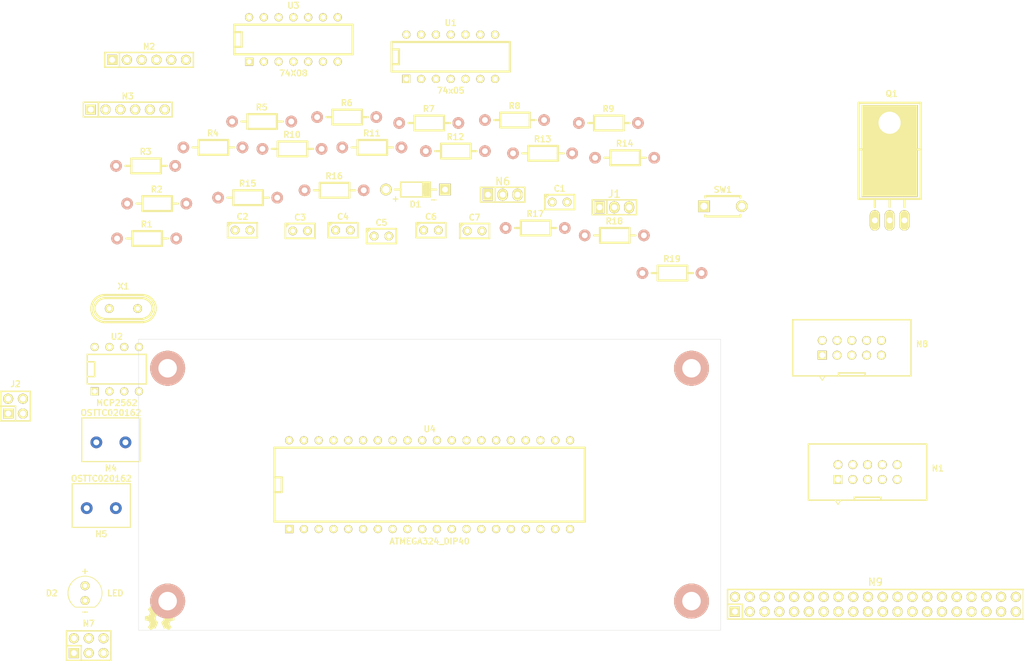
<source format=kicad_pcb>
(kicad_pcb (version 3) (host pcbnew "(2014-jan-25)-product")

  (general
    (links 125)
    (no_connects 125)
    (area 73.770067 41.414 252.374401 168.226)
    (thickness 1.6)
    (drawings 4)
    (tracks 0)
    (zones 0)
    (modules 51)
    (nets 99)
  )

  (page A4)
  (layers
    (15 F.Cu signal)
    (0 B.Cu signal)
    (16 B.Adhes user)
    (17 F.Adhes user)
    (18 B.Paste user)
    (19 F.Paste user)
    (20 B.SilkS user)
    (21 F.SilkS user)
    (22 B.Mask user)
    (23 F.Mask user)
    (24 Dwgs.User user)
    (25 Cmts.User user)
    (26 Eco1.User user)
    (27 Eco2.User user)
    (28 Edge.Cuts user)
  )

  (setup
    (last_trace_width 0.254)
    (trace_clearance 0.254)
    (zone_clearance 0.508)
    (zone_45_only no)
    (trace_min 0.254)
    (segment_width 0.2)
    (edge_width 0.05)
    (via_size 0.889)
    (via_drill 0.635)
    (via_min_size 0.889)
    (via_min_drill 0.508)
    (uvia_size 0.508)
    (uvia_drill 0.127)
    (uvias_allowed no)
    (uvia_min_size 0.508)
    (uvia_min_drill 0.127)
    (pcb_text_width 0.3)
    (pcb_text_size 1.5 1.5)
    (mod_edge_width 0.15)
    (mod_text_size 1 1)
    (mod_text_width 0.15)
    (pad_size 1.5 1.5)
    (pad_drill 0.6)
    (pad_to_mask_clearance 0)
    (aux_axis_origin 0 0)
    (visible_elements FFFFFF7F)
    (pcbplotparams
      (layerselection 3178497)
      (usegerberextensions true)
      (excludeedgelayer true)
      (linewidth 0.100000)
      (plotframeref false)
      (viasonmask false)
      (mode 1)
      (useauxorigin false)
      (hpglpennumber 1)
      (hpglpenspeed 20)
      (hpglpendiameter 15)
      (hpglpenoverlay 2)
      (psnegative false)
      (psa4output false)
      (plotreference true)
      (plotvalue true)
      (plotinvisibletext false)
      (padsonsilk false)
      (subtractmaskfromsilk false)
      (outputformat 1)
      (mirror false)
      (drillshape 1)
      (scaleselection 1)
      (outputdirectory ""))
  )

  (net 0 "")
  (net 1 /XTAL2)
  (net 2 GND)
  (net 3 /XTAL1)
  (net 4 "Net-(C3-Pad1)")
  (net 5 /~RESET)
  (net 6 +5V)
  (net 7 "Net-(D2-Pad+)")
  (net 8 "Net-(J1-Pad1)")
  (net 9 "Net-(J1-Pad2)")
  (net 10 "Net-(J1-Pad3)")
  (net 11 "Net-(J2-Pad1)")
  (net 12 "Net-(J2-Pad2)")
  (net 13 "Net-(N1-Pad1)")
  (net 14 "Net-(N1-Pad2)")
  (net 15 "Net-(N1-Pad5)")
  (net 16 "Net-(N1-Pad7)")
  (net 17 "Net-(N1-Pad8)")
  (net 18 "Net-(N1-Pad9)")
  (net 19 "Net-(N1-Pad10)")
  (net 20 "Net-(N2-Pad2)")
  (net 21 "Net-(N2-Pad3)")
  (net 22 "Net-(N2-Pad4)")
  (net 23 "Net-(N2-Pad5)")
  (net 24 "Net-(N2-Pad6)")
  (net 25 "Net-(N3-Pad2)")
  (net 26 "Net-(N3-Pad3)")
  (net 27 "Net-(N3-Pad4)")
  (net 28 "Net-(N3-Pad5)")
  (net 29 "Net-(N3-Pad6)")
  (net 30 "Net-(N4-Pad1)")
  (net 31 "Net-(N6-Pad1)")
  (net 32 /MISO)
  (net 33 /SCK)
  (net 34 /MOSI)
  (net 35 /TCK)
  (net 36 /TDO)
  (net 37 /TMS)
  (net 38 "Net-(N8-Pad7)")
  (net 39 "Net-(N8-Pad8)")
  (net 40 /TDI)
  (net 41 "Net-(N9-Pad1)")
  (net 42 "Net-(N9-Pad3)")
  (net 43 "Net-(N9-Pad5)")
  (net 44 "Net-(N9-Pad6)")
  (net 45 "Net-(N9-Pad7)")
  (net 46 "Net-(N9-Pad10)")
  (net 47 "Net-(N9-Pad11)")
  (net 48 "Net-(N9-Pad12)")
  (net 49 "Net-(N9-Pad13)")
  (net 50 "Net-(N9-Pad15)")
  (net 51 "Net-(N9-Pad16)")
  (net 52 "Net-(N9-Pad17)")
  (net 53 "Net-(N9-Pad18)")
  (net 54 "Net-(N9-Pad19)")
  (net 55 "Net-(N9-Pad21)")
  (net 56 "Net-(N9-Pad22)")
  (net 57 "Net-(N9-Pad23)")
  (net 58 "Net-(N9-Pad24)")
  (net 59 "Net-(N9-Pad26)")
  (net 60 "Net-(N9-Pad27)")
  (net 61 "Net-(N9-Pad28)")
  (net 62 "Net-(N9-Pad29)")
  (net 63 "Net-(N9-Pad31)")
  (net 64 "Net-(N9-Pad32)")
  (net 65 "Net-(N9-Pad33)")
  (net 66 "Net-(N9-Pad35)")
  (net 67 "Net-(N9-Pad36)")
  (net 68 "Net-(N9-Pad37)")
  (net 69 "Net-(N9-Pad38)")
  (net 70 "Net-(N9-Pad40)")
  (net 71 "Net-(R4-Pad1)")
  (net 72 /TXD0)
  (net 73 "Net-(R13-Pad2)")
  (net 74 /RXD1)
  (net 75 /TXD1)
  (net 76 /RXD0)
  (net 77 "Net-(U4-Pad1)")
  (net 78 "Net-(U4-Pad2)")
  (net 79 "Net-(U4-Pad3)")
  (net 80 "Net-(U4-Pad4)")
  (net 81 "Net-(U4-Pad5)")
  (net 82 "Net-(U4-Pad18)")
  (net 83 "Net-(U4-Pad19)")
  (net 84 "Net-(U4-Pad20)")
  (net 85 "Net-(U4-Pad21)")
  (net 86 "Net-(U4-Pad22)")
  (net 87 "Net-(U4-Pad23)")
  (net 88 "Net-(U4-Pad28)")
  (net 89 "Net-(U4-Pad29)")
  (net 90 "Net-(U4-Pad32)")
  (net 91 "Net-(U4-Pad33)")
  (net 92 "Net-(U4-Pad34)")
  (net 93 "Net-(U4-Pad35)")
  (net 94 "Net-(U4-Pad36)")
  (net 95 "Net-(U4-Pad37)")
  (net 96 "Net-(U4-Pad38)")
  (net 97 "Net-(U4-Pad39)")
  (net 98 "Net-(U4-Pad40)")

  (net_class Default "This is the default net class."
    (clearance 0.254)
    (trace_width 0.254)
    (via_dia 0.889)
    (via_drill 0.635)
    (uvia_dia 0.508)
    (uvia_drill 0.127)
    (add_net +5V)
    (add_net /MISO)
    (add_net /MOSI)
    (add_net /RXD0)
    (add_net /RXD1)
    (add_net /SCK)
    (add_net /TCK)
    (add_net /TDI)
    (add_net /TDO)
    (add_net /TMS)
    (add_net /TXD0)
    (add_net /TXD1)
    (add_net /XTAL1)
    (add_net /XTAL2)
    (add_net /~RESET)
    (add_net GND)
    (add_net "Net-(C3-Pad1)")
    (add_net "Net-(D2-Pad+)")
    (add_net "Net-(J1-Pad1)")
    (add_net "Net-(J1-Pad2)")
    (add_net "Net-(J1-Pad3)")
    (add_net "Net-(J2-Pad1)")
    (add_net "Net-(J2-Pad2)")
    (add_net "Net-(N1-Pad1)")
    (add_net "Net-(N1-Pad10)")
    (add_net "Net-(N1-Pad2)")
    (add_net "Net-(N1-Pad5)")
    (add_net "Net-(N1-Pad7)")
    (add_net "Net-(N1-Pad8)")
    (add_net "Net-(N1-Pad9)")
    (add_net "Net-(N2-Pad2)")
    (add_net "Net-(N2-Pad3)")
    (add_net "Net-(N2-Pad4)")
    (add_net "Net-(N2-Pad5)")
    (add_net "Net-(N2-Pad6)")
    (add_net "Net-(N3-Pad2)")
    (add_net "Net-(N3-Pad3)")
    (add_net "Net-(N3-Pad4)")
    (add_net "Net-(N3-Pad5)")
    (add_net "Net-(N3-Pad6)")
    (add_net "Net-(N4-Pad1)")
    (add_net "Net-(N6-Pad1)")
    (add_net "Net-(N8-Pad7)")
    (add_net "Net-(N8-Pad8)")
    (add_net "Net-(N9-Pad1)")
    (add_net "Net-(N9-Pad10)")
    (add_net "Net-(N9-Pad11)")
    (add_net "Net-(N9-Pad12)")
    (add_net "Net-(N9-Pad13)")
    (add_net "Net-(N9-Pad15)")
    (add_net "Net-(N9-Pad16)")
    (add_net "Net-(N9-Pad17)")
    (add_net "Net-(N9-Pad18)")
    (add_net "Net-(N9-Pad19)")
    (add_net "Net-(N9-Pad21)")
    (add_net "Net-(N9-Pad22)")
    (add_net "Net-(N9-Pad23)")
    (add_net "Net-(N9-Pad24)")
    (add_net "Net-(N9-Pad26)")
    (add_net "Net-(N9-Pad27)")
    (add_net "Net-(N9-Pad28)")
    (add_net "Net-(N9-Pad29)")
    (add_net "Net-(N9-Pad3)")
    (add_net "Net-(N9-Pad31)")
    (add_net "Net-(N9-Pad32)")
    (add_net "Net-(N9-Pad33)")
    (add_net "Net-(N9-Pad35)")
    (add_net "Net-(N9-Pad36)")
    (add_net "Net-(N9-Pad37)")
    (add_net "Net-(N9-Pad38)")
    (add_net "Net-(N9-Pad40)")
    (add_net "Net-(N9-Pad5)")
    (add_net "Net-(N9-Pad6)")
    (add_net "Net-(N9-Pad7)")
    (add_net "Net-(R13-Pad2)")
    (add_net "Net-(R4-Pad1)")
    (add_net "Net-(U4-Pad1)")
    (add_net "Net-(U4-Pad18)")
    (add_net "Net-(U4-Pad19)")
    (add_net "Net-(U4-Pad2)")
    (add_net "Net-(U4-Pad20)")
    (add_net "Net-(U4-Pad21)")
    (add_net "Net-(U4-Pad22)")
    (add_net "Net-(U4-Pad23)")
    (add_net "Net-(U4-Pad28)")
    (add_net "Net-(U4-Pad29)")
    (add_net "Net-(U4-Pad3)")
    (add_net "Net-(U4-Pad32)")
    (add_net "Net-(U4-Pad33)")
    (add_net "Net-(U4-Pad34)")
    (add_net "Net-(U4-Pad35)")
    (add_net "Net-(U4-Pad36)")
    (add_net "Net-(U4-Pad37)")
    (add_net "Net-(U4-Pad38)")
    (add_net "Net-(U4-Pad39)")
    (add_net "Net-(U4-Pad4)")
    (add_net "Net-(U4-Pad40)")
    (add_net "Net-(U4-Pad5)")
  )

  (module Bus_Raspberry_Pi_Rev_A:Capacitor3MMDiscRM2.5 (layer F.Cu) (tedit 53E6535D) (tstamp 53E65625)
    (at 172.339 76.454)
    (descr Capacitor3MMDiscRM2.5)
    (tags C)
    (path /53E3C60A)
    (fp_text reference C1 (at 0 -2.32) (layer F.SilkS)
      (effects (font (size 1.016 1.016) (thickness 0.2032)))
    )
    (fp_text value 18pF (at 0 2.25) (layer F.SilkS) hide
      (effects (font (size 1.016 1.016) (thickness 0.2032)))
    )
    (fp_line (start -2.4892 -1.27) (end 2.54 -1.27) (layer F.SilkS) (width 0.3048))
    (fp_line (start 2.54 -1.27) (end 2.54 1.27) (layer F.SilkS) (width 0.3048))
    (fp_line (start 2.54 1.27) (end -2.54 1.27) (layer F.SilkS) (width 0.3048))
    (fp_line (start -2.54 1.27) (end -2.54 -1.27) (layer F.SilkS) (width 0.3048))
    (fp_line (start -2.54 -0.635) (end -1.905 -1.27) (layer F.SilkS) (width 0.3048))
    (pad 1 thru_hole circle (at -1.27 0) (size 1.50114 1.50114) (drill 0.8001) (layers *.Cu *.Mask F.SilkS)
      (net 1 /XTAL2))
    (pad 2 thru_hole circle (at 1.27 0) (size 1.50114 1.50114) (drill 0.8001) (layers *.Cu *.Mask F.SilkS)
      (net 2 GND))
    (model discret/Capacitor/Capacitor3MMDiscRM2.5.wrl
      (at (xyz 0 0 0))
      (scale (xyz 1 1 1))
      (rotate (xyz 0 0 0))
    )
  )

  (module Bus_Raspberry_Pi_Rev_A:Capacitor3MMDiscRM2.5 (layer F.Cu) (tedit 53E6535D) (tstamp 53E65630)
    (at 117.856 81.28)
    (descr Capacitor3MMDiscRM2.5)
    (tags C)
    (path /53E3C64E)
    (fp_text reference C2 (at 0 -2.32) (layer F.SilkS)
      (effects (font (size 1.016 1.016) (thickness 0.2032)))
    )
    (fp_text value 18pF (at 0 2.25) (layer F.SilkS) hide
      (effects (font (size 1.016 1.016) (thickness 0.2032)))
    )
    (fp_line (start -2.4892 -1.27) (end 2.54 -1.27) (layer F.SilkS) (width 0.3048))
    (fp_line (start 2.54 -1.27) (end 2.54 1.27) (layer F.SilkS) (width 0.3048))
    (fp_line (start 2.54 1.27) (end -2.54 1.27) (layer F.SilkS) (width 0.3048))
    (fp_line (start -2.54 1.27) (end -2.54 -1.27) (layer F.SilkS) (width 0.3048))
    (fp_line (start -2.54 -0.635) (end -1.905 -1.27) (layer F.SilkS) (width 0.3048))
    (pad 1 thru_hole circle (at -1.27 0) (size 1.50114 1.50114) (drill 0.8001) (layers *.Cu *.Mask F.SilkS)
      (net 3 /XTAL1))
    (pad 2 thru_hole circle (at 1.27 0) (size 1.50114 1.50114) (drill 0.8001) (layers *.Cu *.Mask F.SilkS)
      (net 2 GND))
    (model discret/Capacitor/Capacitor3MMDiscRM2.5.wrl
      (at (xyz 0 0 0))
      (scale (xyz 1 1 1))
      (rotate (xyz 0 0 0))
    )
  )

  (module Bus_Raspberry_Pi_Rev_A:Capacitor3MMDiscRM2.5 (layer F.Cu) (tedit 53E6535D) (tstamp 53E6563B)
    (at 127.762 81.407)
    (descr Capacitor3MMDiscRM2.5)
    (tags C)
    (path /53E3D418)
    (fp_text reference C3 (at 0 -2.32) (layer F.SilkS)
      (effects (font (size 1.016 1.016) (thickness 0.2032)))
    )
    (fp_text value .1uF (at 0 2.25) (layer F.SilkS) hide
      (effects (font (size 1.016 1.016) (thickness 0.2032)))
    )
    (fp_line (start -2.4892 -1.27) (end 2.54 -1.27) (layer F.SilkS) (width 0.3048))
    (fp_line (start 2.54 -1.27) (end 2.54 1.27) (layer F.SilkS) (width 0.3048))
    (fp_line (start 2.54 1.27) (end -2.54 1.27) (layer F.SilkS) (width 0.3048))
    (fp_line (start -2.54 1.27) (end -2.54 -1.27) (layer F.SilkS) (width 0.3048))
    (fp_line (start -2.54 -0.635) (end -1.905 -1.27) (layer F.SilkS) (width 0.3048))
    (pad 1 thru_hole circle (at -1.27 0) (size 1.50114 1.50114) (drill 0.8001) (layers *.Cu *.Mask F.SilkS)
      (net 4 "Net-(C3-Pad1)"))
    (pad 2 thru_hole circle (at 1.27 0) (size 1.50114 1.50114) (drill 0.8001) (layers *.Cu *.Mask F.SilkS)
      (net 5 /~RESET))
    (model discret/Capacitor/Capacitor3MMDiscRM2.5.wrl
      (at (xyz 0 0 0))
      (scale (xyz 1 1 1))
      (rotate (xyz 0 0 0))
    )
  )

  (module Bus_Raspberry_Pi_Rev_A:Capacitor3MMDiscRM2.5 (layer F.Cu) (tedit 53E6535D) (tstamp 53E65646)
    (at 135.128 81.28)
    (descr Capacitor3MMDiscRM2.5)
    (tags C)
    (path /53E6B04F)
    (fp_text reference C4 (at 0 -2.32) (layer F.SilkS)
      (effects (font (size 1.016 1.016) (thickness 0.2032)))
    )
    (fp_text value .1uF (at 0 2.25) (layer F.SilkS) hide
      (effects (font (size 1.016 1.016) (thickness 0.2032)))
    )
    (fp_line (start -2.4892 -1.27) (end 2.54 -1.27) (layer F.SilkS) (width 0.3048))
    (fp_line (start 2.54 -1.27) (end 2.54 1.27) (layer F.SilkS) (width 0.3048))
    (fp_line (start 2.54 1.27) (end -2.54 1.27) (layer F.SilkS) (width 0.3048))
    (fp_line (start -2.54 1.27) (end -2.54 -1.27) (layer F.SilkS) (width 0.3048))
    (fp_line (start -2.54 -0.635) (end -1.905 -1.27) (layer F.SilkS) (width 0.3048))
    (pad 1 thru_hole circle (at -1.27 0) (size 1.50114 1.50114) (drill 0.8001) (layers *.Cu *.Mask F.SilkS)
      (net 6 +5V))
    (pad 2 thru_hole circle (at 1.27 0) (size 1.50114 1.50114) (drill 0.8001) (layers *.Cu *.Mask F.SilkS)
      (net 2 GND))
    (model discret/Capacitor/Capacitor3MMDiscRM2.5.wrl
      (at (xyz 0 0 0))
      (scale (xyz 1 1 1))
      (rotate (xyz 0 0 0))
    )
  )

  (module Bus_Raspberry_Pi_Rev_A:Capacitor3MMDiscRM2.5 (layer F.Cu) (tedit 53E6535D) (tstamp 53E65651)
    (at 141.732 82.296)
    (descr Capacitor3MMDiscRM2.5)
    (tags C)
    (path /53E6AFFE)
    (fp_text reference C5 (at 0 -2.32) (layer F.SilkS)
      (effects (font (size 1.016 1.016) (thickness 0.2032)))
    )
    (fp_text value .1uF (at 0 2.25) (layer F.SilkS) hide
      (effects (font (size 1.016 1.016) (thickness 0.2032)))
    )
    (fp_line (start -2.4892 -1.27) (end 2.54 -1.27) (layer F.SilkS) (width 0.3048))
    (fp_line (start 2.54 -1.27) (end 2.54 1.27) (layer F.SilkS) (width 0.3048))
    (fp_line (start 2.54 1.27) (end -2.54 1.27) (layer F.SilkS) (width 0.3048))
    (fp_line (start -2.54 1.27) (end -2.54 -1.27) (layer F.SilkS) (width 0.3048))
    (fp_line (start -2.54 -0.635) (end -1.905 -1.27) (layer F.SilkS) (width 0.3048))
    (pad 1 thru_hole circle (at -1.27 0) (size 1.50114 1.50114) (drill 0.8001) (layers *.Cu *.Mask F.SilkS)
      (net 6 +5V))
    (pad 2 thru_hole circle (at 1.27 0) (size 1.50114 1.50114) (drill 0.8001) (layers *.Cu *.Mask F.SilkS)
      (net 2 GND))
    (model discret/Capacitor/Capacitor3MMDiscRM2.5.wrl
      (at (xyz 0 0 0))
      (scale (xyz 1 1 1))
      (rotate (xyz 0 0 0))
    )
  )

  (module Bus_Raspberry_Pi_Rev_A:Capacitor3MMDiscRM2.5 (layer F.Cu) (tedit 53E6535D) (tstamp 53E6565C)
    (at 150.241 81.28)
    (descr Capacitor3MMDiscRM2.5)
    (tags C)
    (path /53E6AFAA)
    (fp_text reference C6 (at 0 -2.32) (layer F.SilkS)
      (effects (font (size 1.016 1.016) (thickness 0.2032)))
    )
    (fp_text value .1uF (at 0 2.25) (layer F.SilkS) hide
      (effects (font (size 1.016 1.016) (thickness 0.2032)))
    )
    (fp_line (start -2.4892 -1.27) (end 2.54 -1.27) (layer F.SilkS) (width 0.3048))
    (fp_line (start 2.54 -1.27) (end 2.54 1.27) (layer F.SilkS) (width 0.3048))
    (fp_line (start 2.54 1.27) (end -2.54 1.27) (layer F.SilkS) (width 0.3048))
    (fp_line (start -2.54 1.27) (end -2.54 -1.27) (layer F.SilkS) (width 0.3048))
    (fp_line (start -2.54 -0.635) (end -1.905 -1.27) (layer F.SilkS) (width 0.3048))
    (pad 1 thru_hole circle (at -1.27 0) (size 1.50114 1.50114) (drill 0.8001) (layers *.Cu *.Mask F.SilkS)
      (net 6 +5V))
    (pad 2 thru_hole circle (at 1.27 0) (size 1.50114 1.50114) (drill 0.8001) (layers *.Cu *.Mask F.SilkS)
      (net 2 GND))
    (model discret/Capacitor/Capacitor3MMDiscRM2.5.wrl
      (at (xyz 0 0 0))
      (scale (xyz 1 1 1))
      (rotate (xyz 0 0 0))
    )
  )

  (module Bus_Raspberry_Pi_Rev_A:Capacitor3MMDiscRM2.5 (layer F.Cu) (tedit 53E6535D) (tstamp 53E65667)
    (at 157.734 81.407)
    (descr Capacitor3MMDiscRM2.5)
    (tags C)
    (path /53E6ADD9)
    (fp_text reference C7 (at 0 -2.32) (layer F.SilkS)
      (effects (font (size 1.016 1.016) (thickness 0.2032)))
    )
    (fp_text value .1uF (at 0 2.25) (layer F.SilkS) hide
      (effects (font (size 1.016 1.016) (thickness 0.2032)))
    )
    (fp_line (start -2.4892 -1.27) (end 2.54 -1.27) (layer F.SilkS) (width 0.3048))
    (fp_line (start 2.54 -1.27) (end 2.54 1.27) (layer F.SilkS) (width 0.3048))
    (fp_line (start 2.54 1.27) (end -2.54 1.27) (layer F.SilkS) (width 0.3048))
    (fp_line (start -2.54 1.27) (end -2.54 -1.27) (layer F.SilkS) (width 0.3048))
    (fp_line (start -2.54 -0.635) (end -1.905 -1.27) (layer F.SilkS) (width 0.3048))
    (pad 1 thru_hole circle (at -1.27 0) (size 1.50114 1.50114) (drill 0.8001) (layers *.Cu *.Mask F.SilkS)
      (net 6 +5V))
    (pad 2 thru_hole circle (at 1.27 0) (size 1.50114 1.50114) (drill 0.8001) (layers *.Cu *.Mask F.SilkS)
      (net 2 GND))
    (model discret/Capacitor/Capacitor3MMDiscRM2.5.wrl
      (at (xyz 0 0 0))
      (scale (xyz 1 1 1))
      (rotate (xyz 0 0 0))
    )
  )

  (module Bus_Raspberry_Pi_Rev_A:Diode_DO-41_SOD81_Horizontal_RM10 (layer F.Cu) (tedit 53E6535D) (tstamp 53E6567D)
    (at 147.574 74.295)
    (descr "Schottky Diode, DO-41, SOD81, Horizontal, RM 10mm,")
    (tags "Diode, DO-41, SOD81, Horizontal, RM 10mm, 1N4007, SB140,")
    (path /53E3D5A6)
    (fp_text reference D1 (at 0 2.54) (layer F.SilkS)
      (effects (font (size 1.016 1.016) (thickness 0.2032)))
    )
    (fp_text value SD101C-TR (at 0 -2.73) (layer F.SilkS) hide
      (effects (font (size 1.016 1.016) (thickness 0.2032)))
    )
    (fp_text user - (at 3.14 1.71) (layer F.SilkS)
      (effects (font (size 1.016 1.016) (thickness 0.2032)))
    )
    (fp_text user + (at -3.42 1.56) (layer F.SilkS)
      (effects (font (size 1.016 1.016) (thickness 0.2032)))
    )
    (fp_line (start -2.54 0) (end -3.556 0) (layer F.SilkS) (width 0.381))
    (fp_line (start 2.286 0) (end 3.556 0) (layer F.SilkS) (width 0.381))
    (fp_line (start 2.032 -1.27) (end 2.032 1.27) (layer F.SilkS) (width 0.254))
    (fp_line (start 1.778 -1.27) (end 1.778 1.27) (layer F.SilkS) (width 0.254))
    (fp_line (start 1.524 -1.27) (end 1.524 1.27) (layer F.SilkS) (width 0.254))
    (fp_line (start 2.286 -1.27) (end 2.286 1.27) (layer F.SilkS) (width 0.254))
    (fp_line (start 1.27 -1.27) (end 2.54 1.27) (layer F.SilkS) (width 0.254))
    (fp_line (start 2.54 -1.27) (end 1.27 1.27) (layer F.SilkS) (width 0.254))
    (fp_line (start 1.27 -1.27) (end 1.27 1.27) (layer F.SilkS) (width 0.254))
    (fp_line (start 1.905 -1.27) (end 1.905 1.27) (layer F.SilkS) (width 0.254))
    (fp_line (start 2.54 1.27) (end 2.54 -1.27) (layer F.SilkS) (width 0.254))
    (fp_line (start 2.54 -1.27) (end -2.54 -1.27) (layer F.SilkS) (width 0.254))
    (fp_line (start -2.54 -1.27) (end -2.54 1.27) (layer F.SilkS) (width 0.254))
    (fp_line (start -2.54 1.27) (end 2.54 1.27) (layer F.SilkS) (width 0.254))
    (pad + thru_hole circle (at -5.08 0) (size 1.99898 1.99898) (drill 1.27) (layers *.Cu *.Mask F.SilkS)
      (net 5 /~RESET))
    (pad - thru_hole rect (at 5.08 0) (size 1.99898 1.99898) (drill 1.00076) (layers *.Cu *.Mask F.SilkS)
      (net 6 +5V))
  )

  (module Bus_Raspberry_Pi_Rev_A:T1_LED (layer F.Cu) (tedit 53BBFF8D) (tstamp 53E65688)
    (at 90.805 143.637)
    (path /53E63EA5)
    (fp_text reference D2 (at -5.715 0) (layer F.SilkS)
      (effects (font (size 1.016 1.016) (thickness 0.2032)))
    )
    (fp_text value LED (at 5.207 0) (layer F.SilkS)
      (effects (font (size 1.016 1.016) (thickness 0.2032)))
    )
    (fp_arc (start 0 0) (end -1.651 2.413) (angle 90) (layer F.SilkS) (width 0.15))
    (fp_line (start -1.651 2.413) (end 1.651 2.413) (layer F.SilkS) (width 0.15))
    (fp_text user - (at 0 3.175) (layer F.SilkS)
      (effects (font (size 1.016 1.016) (thickness 0.2032)))
    )
    (fp_text user + (at 0 -3.81) (layer F.SilkS)
      (effects (font (size 1.016 1.016) (thickness 0.2032)))
    )
    (fp_arc (start 0 0) (end -2.413 1.651) (angle 270) (layer F.SilkS) (width 0.15))
    (pad + thru_hole circle (at 0 -1.27) (size 1.524 1.524) (drill 0.762) (layers *.Cu *.Mask F.SilkS)
      (net 7 "Net-(D2-Pad+)"))
    (pad - thru_hole circle (at 0 1.27) (size 1.524 1.524) (drill 0.762) (layers *.Cu *.Mask F.SilkS)
      (net 2 GND))
  )

  (module Bus_Raspberry_Pi_Rev_A:MountingHole_3mm (layer F.Cu) (tedit 53C20469) (tstamp 53E6568E)
    (at 105 105)
    (descr "Mounting hole, Befestigungsbohrung, 3mm, No Annular, Kein Restring,")
    (tags "Mounting hole, Befestigungsbohrung, 3mm, No Annular, Kein Restring,")
    (path /53E3C149)
    (fp_text reference H1 (at 0.235001 -0.35499) (layer F.SilkS)
      (effects (font (size 1.016 1.016) (thickness 0.2032)))
    )
    (fp_text value 3MM_HOLE (at 0 4.29) (layer F.SilkS) hide
      (effects (font (size 1.016 1.016) (thickness 0.2032)))
    )
    (fp_circle (center 0 0) (end 3 0) (layer Cmts.User) (width 0.381))
    (pad 1 thru_hole circle (at 0 0) (size 6 6) (drill 3.175) (layers *.Cu *.SilkS *.Mask)
      (net 2 GND))
  )

  (module Bus_Raspberry_Pi_Rev_A:MountingHole_3mm (layer F.Cu) (tedit 53C20469) (tstamp 53E65694)
    (at 195 105)
    (descr "Mounting hole, Befestigungsbohrung, 3mm, No Annular, Kein Restring,")
    (tags "Mounting hole, Befestigungsbohrung, 3mm, No Annular, Kein Restring,")
    (path /53E3C18C)
    (fp_text reference H2 (at 0.235001 -0.35499) (layer F.SilkS)
      (effects (font (size 1.016 1.016) (thickness 0.2032)))
    )
    (fp_text value 3MM_HOLE (at 0 4.29) (layer F.SilkS) hide
      (effects (font (size 1.016 1.016) (thickness 0.2032)))
    )
    (fp_circle (center 0 0) (end 3 0) (layer Cmts.User) (width 0.381))
    (pad 1 thru_hole circle (at 0 0) (size 6 6) (drill 3.175) (layers *.Cu *.SilkS *.Mask)
      (net 2 GND))
  )

  (module Bus_Raspberry_Pi_Rev_A:MountingHole_3mm (layer F.Cu) (tedit 53C20469) (tstamp 53E6569A)
    (at 105 145)
    (descr "Mounting hole, Befestigungsbohrung, 3mm, No Annular, Kein Restring,")
    (tags "Mounting hole, Befestigungsbohrung, 3mm, No Annular, Kein Restring,")
    (path /53E3C1AF)
    (fp_text reference H3 (at 0.235001 -0.35499) (layer F.SilkS)
      (effects (font (size 1.016 1.016) (thickness 0.2032)))
    )
    (fp_text value 3MM_HOLE (at 0 4.29) (layer F.SilkS) hide
      (effects (font (size 1.016 1.016) (thickness 0.2032)))
    )
    (fp_circle (center 0 0) (end 3 0) (layer Cmts.User) (width 0.381))
    (pad 1 thru_hole circle (at 0 0) (size 6 6) (drill 3.175) (layers *.Cu *.SilkS *.Mask)
      (net 2 GND))
  )

  (module Bus_Raspberry_Pi_Rev_A:MountingHole_3mm (layer F.Cu) (tedit 53C20469) (tstamp 53E656A0)
    (at 195 145)
    (descr "Mounting hole, Befestigungsbohrung, 3mm, No Annular, Kein Restring,")
    (tags "Mounting hole, Befestigungsbohrung, 3mm, No Annular, Kein Restring,")
    (path /53E3C1D1)
    (fp_text reference H4 (at 0.235001 -0.35499) (layer F.SilkS)
      (effects (font (size 1.016 1.016) (thickness 0.2032)))
    )
    (fp_text value 3MM_HOLE (at 0 4.29) (layer F.SilkS) hide
      (effects (font (size 1.016 1.016) (thickness 0.2032)))
    )
    (fp_circle (center 0 0) (end 3 0) (layer Cmts.User) (width 0.381))
    (pad 1 thru_hole circle (at 0 0) (size 6 6) (drill 3.175) (layers *.Cu *.SilkS *.Mask)
      (net 2 GND))
  )

  (module Bus_Raspberry_Pi_Rev_A:Pin_Header_Straight_1x03 (layer F.Cu) (tedit 53E6535D) (tstamp 53E656AE)
    (at 181.737 77.343)
    (descr "1 pin")
    (tags "CONN DEV")
    (path /53E3E1E4)
    (fp_text reference J1 (at 0 -2.286) (layer F.SilkS)
      (effects (font (size 1.27 1.27) (thickness 0.2032)))
    )
    (fp_text value TERMINATE_JUMPER (at -0.01 2.45) (layer F.SilkS) hide
      (effects (font (size 1.27 1.27) (thickness 0.2032)))
    )
    (fp_line (start -1.27 1.27) (end 3.81 1.27) (layer F.SilkS) (width 0.254))
    (fp_line (start 3.81 1.27) (end 3.81 -1.27) (layer F.SilkS) (width 0.254))
    (fp_line (start 3.81 -1.27) (end -1.27 -1.27) (layer F.SilkS) (width 0.254))
    (fp_line (start -3.81 -1.27) (end -1.27 -1.27) (layer F.SilkS) (width 0.254))
    (fp_line (start -1.27 -1.27) (end -1.27 1.27) (layer F.SilkS) (width 0.254))
    (fp_line (start -3.81 -1.27) (end -3.81 1.27) (layer F.SilkS) (width 0.254))
    (fp_line (start -3.81 1.27) (end -1.27 1.27) (layer F.SilkS) (width 0.254))
    (pad 1 thru_hole rect (at -2.54 0) (size 1.7272 2.032) (drill 1.016) (layers *.Cu *.Mask F.SilkS)
      (net 8 "Net-(J1-Pad1)"))
    (pad 2 thru_hole oval (at 0 0) (size 1.7272 2.032) (drill 1.016) (layers *.Cu *.Mask F.SilkS)
      (net 9 "Net-(J1-Pad2)"))
    (pad 3 thru_hole oval (at 2.54 0) (size 1.7272 2.032) (drill 1.016) (layers *.Cu *.Mask F.SilkS)
      (net 10 "Net-(J1-Pad3)"))
    (model Pin_Headers/Pin_Header_Straight_1x03.wrl
      (at (xyz 0 0 0))
      (scale (xyz 1 1 1))
      (rotate (xyz 0 0 0))
    )
  )

  (module Bus_Raspberry_Pi_Rev_A:Pin_Header_Straight_2x02 (layer F.Cu) (tedit 53BC09DA) (tstamp 53E656BE)
    (at 78.867 111.506)
    (descr "1 pin")
    (tags "CONN DEV")
    (path /53E640FC)
    (fp_text reference J2 (at 0 -3.81) (layer F.SilkS)
      (effects (font (size 1.016 1.016) (thickness 0.2032)))
    )
    (fp_text value LED_JUMPER (at 0 3.81) (layer F.SilkS) hide
      (effects (font (size 1.016 1.016) (thickness 0.2032)))
    )
    (fp_line (start -2.54 0) (end -2.54 2.54) (layer F.SilkS) (width 0.254))
    (fp_line (start -2.54 2.54) (end 0 2.54) (layer F.SilkS) (width 0.254))
    (fp_line (start 0 2.54) (end 0 0) (layer F.SilkS) (width 0.254))
    (fp_line (start 0 0) (end -2.54 0) (layer F.SilkS) (width 0.254))
    (fp_line (start -2.54 0) (end -2.54 -2.54) (layer F.SilkS) (width 0.254))
    (fp_line (start -2.54 -2.54) (end 2.54 -2.54) (layer F.SilkS) (width 0.254))
    (fp_line (start 2.54 -2.54) (end 2.54 2.54) (layer F.SilkS) (width 0.254))
    (fp_line (start 2.54 2.54) (end 0 2.54) (layer F.SilkS) (width 0.254))
    (pad 1 thru_hole rect (at -1.27 1.27) (size 1.7272 1.7272) (drill 1.016) (layers *.Cu *.Mask F.SilkS)
      (net 11 "Net-(J2-Pad1)"))
    (pad 2 thru_hole oval (at -1.27 -1.27) (size 1.7272 1.7272) (drill 1.016) (layers *.Cu *.Mask F.SilkS)
      (net 12 "Net-(J2-Pad2)"))
    (pad 3 thru_hole oval (at 1.27 1.27) (size 1.7272 1.7272) (drill 1.016) (layers *.Cu *.Mask F.SilkS)
      (net 7 "Net-(D2-Pad+)"))
    (pad 4 thru_hole oval (at 1.27 -1.27) (size 1.7272 1.7272) (drill 1.016) (layers *.Cu *.Mask F.SilkS)
      (net 7 "Net-(D2-Pad+)"))
    (model Pin_Headers/Pin_Header_Straight_2x02.wrl
      (at (xyz 0 0 0))
      (scale (xyz 1 1 1))
      (rotate (xyz 0 0 0))
    )
  )

  (module Bus_Raspberry_Pi_Rev_A:Pin_Header_Straight_2x05_Shrouded (layer F.Cu) (tedit 53C2F55E) (tstamp 53E656D5)
    (at 225.2472 122.8344)
    (descr "Male 2x5 Header 2.54mm pitch")
    (tags CONN)
    (path /53E3E19D)
    (fp_text reference N1 (at 12.065 -0.635 180) (layer F.SilkS)
      (effects (font (size 1.016 1.016) (thickness 0.2032)))
    )
    (fp_text value BHR-10-HUA (at 0 6.5) (layer F.SilkS) hide
      (effects (font (size 1.016 1.016) (thickness 0.2032)))
    )
    (fp_line (start -5.08 5.588) (end -5.588 4.826) (layer F.SilkS) (width 0.15))
    (fp_line (start -5.08 5.588) (end -4.572 4.826) (layer F.SilkS) (width 0.15))
    (fp_line (start 2.286 4.826) (end 2.286 4.318) (layer F.SilkS) (width 0.254))
    (fp_line (start 2.286 4.318) (end -2.286 4.318) (layer F.SilkS) (width 0.254))
    (fp_line (start -2.286 4.318) (end -2.286 4.826) (layer F.SilkS) (width 0.254))
    (fp_line (start -10.16 -4.826) (end 10.16 -4.826) (layer F.SilkS) (width 0.254))
    (fp_line (start 10.16 -4.826) (end 10.16 4.826) (layer F.SilkS) (width 0.254))
    (fp_line (start 10.16 4.826) (end -10.16 4.826) (layer F.SilkS) (width 0.254))
    (fp_line (start -10.16 4.826) (end -10.16 -4.826) (layer F.SilkS) (width 0.254))
    (pad 1 thru_hole rect (at -5.08 1.27) (size 1.524 1.524) (drill 1.016) (layers *.Cu *.Mask F.SilkS)
      (net 13 "Net-(N1-Pad1)"))
    (pad 2 thru_hole circle (at -5.08 -1.27) (size 1.524 1.524) (drill 1.016) (layers *.Cu *.Mask F.SilkS)
      (net 14 "Net-(N1-Pad2)"))
    (pad 3 thru_hole circle (at -2.54 1.27) (size 1.524 1.524) (drill 1.016) (layers *.Cu *.Mask F.SilkS)
      (net 2 GND))
    (pad 4 thru_hole circle (at -2.54 -1.27) (size 1.524 1.524) (drill 1.016) (layers *.Cu *.Mask F.SilkS)
      (net 2 GND))
    (pad 5 thru_hole circle (at 0 1.27) (size 1.524 1.524) (drill 1.016) (layers *.Cu *.Mask F.SilkS)
      (net 15 "Net-(N1-Pad5)"))
    (pad 6 thru_hole circle (at 0 -1.27) (size 1.524 1.524) (drill 1.016) (layers *.Cu *.Mask F.SilkS)
      (net 9 "Net-(J1-Pad2)"))
    (pad 7 thru_hole circle (at 2.54 1.27) (size 1.524 1.524) (drill 1.016) (layers *.Cu *.Mask F.SilkS)
      (net 16 "Net-(N1-Pad7)"))
    (pad 8 thru_hole circle (at 2.54 -1.27) (size 1.524 1.524) (drill 1.016) (layers *.Cu *.Mask F.SilkS)
      (net 17 "Net-(N1-Pad8)"))
    (pad 9 thru_hole circle (at 5.08 1.27) (size 1.524 1.524) (drill 1.016) (layers *.Cu *.Mask F.SilkS)
      (net 18 "Net-(N1-Pad9)"))
    (pad 10 thru_hole circle (at 5.08 -1.27) (size 1.524 1.524) (drill 1.016) (layers *.Cu *.Mask F.SilkS)
      (net 19 "Net-(N1-Pad10)"))
    (model pin_array/pins_array_5x2.wrl
      (at (xyz 0 0 0))
      (scale (xyz 1 1 1))
      (rotate (xyz 0 0 0))
    )
  )

  (module Bus_Raspberry_Pi_Rev_A:Pin_Header_Straight_1x06 (layer F.Cu) (tedit 53E6535D) (tstamp 53E656E6)
    (at 101.8032 52.0192)
    (descr "1 pin")
    (tags "CONN DEV")
    (path /53E4066A)
    (fp_text reference N2 (at 0 -2.286) (layer F.SilkS)
      (effects (font (size 1.016 1.016) (thickness 0.2032)))
    )
    (fp_text value FTDI_HEADER (at -0.01 2.37) (layer F.SilkS) hide
      (effects (font (size 1.016 1.016) (thickness 0.2032)))
    )
    (fp_line (start -5.08 -1.27) (end 7.62 -1.27) (layer F.SilkS) (width 0.254))
    (fp_line (start 7.62 -1.27) (end 7.62 1.27) (layer F.SilkS) (width 0.254))
    (fp_line (start 7.62 1.27) (end -5.08 1.27) (layer F.SilkS) (width 0.254))
    (fp_line (start -7.62 -1.27) (end -5.08 -1.27) (layer F.SilkS) (width 0.254))
    (fp_line (start -5.08 -1.27) (end -5.08 1.27) (layer F.SilkS) (width 0.254))
    (fp_line (start -7.62 -1.27) (end -7.62 1.27) (layer F.SilkS) (width 0.254))
    (fp_line (start -7.62 1.27) (end -5.08 1.27) (layer F.SilkS) (width 0.254))
    (pad 1 thru_hole rect (at -6.35 0) (size 1.7272 1.7272) (drill 1.016) (layers *.Cu *.Mask F.SilkS)
      (net 2 GND))
    (pad 2 thru_hole circle (at -3.81 0) (size 1.7272 1.7272) (drill 1.016) (layers *.Cu *.Mask F.SilkS)
      (net 20 "Net-(N2-Pad2)"))
    (pad 3 thru_hole circle (at -1.27 0) (size 1.7272 1.7272) (drill 1.016) (layers *.Cu *.Mask F.SilkS)
      (net 21 "Net-(N2-Pad3)"))
    (pad 4 thru_hole circle (at 1.27 0) (size 1.7272 1.7272) (drill 1.016) (layers *.Cu *.Mask F.SilkS)
      (net 22 "Net-(N2-Pad4)"))
    (pad 5 thru_hole circle (at 3.81 0) (size 1.7272 1.7272) (drill 1.016) (layers *.Cu *.Mask F.SilkS)
      (net 23 "Net-(N2-Pad5)"))
    (pad 6 thru_hole circle (at 6.35 0) (size 1.7272 1.7272) (drill 1.016) (layers *.Cu *.Mask F.SilkS)
      (net 24 "Net-(N2-Pad6)"))
    (model Pin_Headers/Pin_Header_Straight_1x06.wrl
      (at (xyz 0 0 0))
      (scale (xyz 1 1 1))
      (rotate (xyz 0 0 0))
    )
  )

  (module Bus_Raspberry_Pi_Rev_A:Pin_Header_Straight_1x06 (layer F.Cu) (tedit 53E6535D) (tstamp 53E656F7)
    (at 98.1456 60.5536)
    (descr "1 pin")
    (tags "CONN DEV")
    (path /53E3FD6B)
    (fp_text reference N3 (at 0 -2.286) (layer F.SilkS)
      (effects (font (size 1.016 1.016) (thickness 0.2032)))
    )
    (fp_text value FTDI_HEADER (at -0.01 2.37) (layer F.SilkS) hide
      (effects (font (size 1.016 1.016) (thickness 0.2032)))
    )
    (fp_line (start -5.08 -1.27) (end 7.62 -1.27) (layer F.SilkS) (width 0.254))
    (fp_line (start 7.62 -1.27) (end 7.62 1.27) (layer F.SilkS) (width 0.254))
    (fp_line (start 7.62 1.27) (end -5.08 1.27) (layer F.SilkS) (width 0.254))
    (fp_line (start -7.62 -1.27) (end -5.08 -1.27) (layer F.SilkS) (width 0.254))
    (fp_line (start -5.08 -1.27) (end -5.08 1.27) (layer F.SilkS) (width 0.254))
    (fp_line (start -7.62 -1.27) (end -7.62 1.27) (layer F.SilkS) (width 0.254))
    (fp_line (start -7.62 1.27) (end -5.08 1.27) (layer F.SilkS) (width 0.254))
    (pad 1 thru_hole rect (at -6.35 0) (size 1.7272 1.7272) (drill 1.016) (layers *.Cu *.Mask F.SilkS)
      (net 2 GND))
    (pad 2 thru_hole circle (at -3.81 0) (size 1.7272 1.7272) (drill 1.016) (layers *.Cu *.Mask F.SilkS)
      (net 25 "Net-(N3-Pad2)"))
    (pad 3 thru_hole circle (at -1.27 0) (size 1.7272 1.7272) (drill 1.016) (layers *.Cu *.Mask F.SilkS)
      (net 26 "Net-(N3-Pad3)"))
    (pad 4 thru_hole circle (at 1.27 0) (size 1.7272 1.7272) (drill 1.016) (layers *.Cu *.Mask F.SilkS)
      (net 27 "Net-(N3-Pad4)"))
    (pad 5 thru_hole circle (at 3.81 0) (size 1.7272 1.7272) (drill 1.016) (layers *.Cu *.Mask F.SilkS)
      (net 28 "Net-(N3-Pad5)"))
    (pad 6 thru_hole circle (at 6.35 0) (size 1.7272 1.7272) (drill 1.016) (layers *.Cu *.Mask F.SilkS)
      (net 29 "Net-(N3-Pad6)"))
    (model Pin_Headers/Pin_Header_Straight_1x06.wrl
      (at (xyz 0 0 0))
      (scale (xyz 1 1 1))
      (rotate (xyz 0 0 0))
    )
  )

  (module Bus_Raspberry_Pi_Rev_A:5MM_TERMINAL_BLOCK_2_POS (layer F.Cu) (tedit 53B6F03D) (tstamp 53E65701)
    (at 95.25 117.729)
    (path /53E527E9)
    (fp_text reference N4 (at 0 4.445) (layer F.SilkS)
      (effects (font (size 1.016 1.016) (thickness 0.2032)))
    )
    (fp_text value OSTTC020162 (at 0 -5.08) (layer F.SilkS)
      (effects (font (size 1.016 1.016) (thickness 0.2032)))
    )
    (fp_line (start -5 -4.2) (end -5 3.3) (layer F.SilkS) (width 0.2032))
    (fp_line (start -5 3.3) (end 5 3.3) (layer F.SilkS) (width 0.2032))
    (fp_line (start 5 3.3) (end 5 -4.2) (layer F.SilkS) (width 0.2032))
    (fp_line (start 5 -4.2) (end -5 -4.2) (layer F.SilkS) (width 0.2032))
    (pad 1 thru_hole circle (at -2.5 0) (size 2.032 2.032) (drill 1.016) (layers *.Cu *.Mask)
      (net 30 "Net-(N4-Pad1)"))
    (pad 2 thru_hole circle (at 2.5 0) (size 2.032 2.032) (drill 1.016) (layers *.Cu *.Mask)
      (net 2 GND))
  )

  (module Bus_Raspberry_Pi_Rev_A:5MM_TERMINAL_BLOCK_2_POS (layer F.Cu) (tedit 53B6F03D) (tstamp 53E6570B)
    (at 93.599 129.032)
    (path /53E3C96B)
    (fp_text reference N5 (at 0 4.445) (layer F.SilkS)
      (effects (font (size 1.016 1.016) (thickness 0.2032)))
    )
    (fp_text value OSTTC020162 (at 0 -5.08) (layer F.SilkS)
      (effects (font (size 1.016 1.016) (thickness 0.2032)))
    )
    (fp_line (start -5 -4.2) (end -5 3.3) (layer F.SilkS) (width 0.2032))
    (fp_line (start -5 3.3) (end 5 3.3) (layer F.SilkS) (width 0.2032))
    (fp_line (start 5 3.3) (end 5 -4.2) (layer F.SilkS) (width 0.2032))
    (fp_line (start 5 -4.2) (end -5 -4.2) (layer F.SilkS) (width 0.2032))
    (pad 1 thru_hole circle (at -2.5 0) (size 2.032 2.032) (drill 1.016) (layers *.Cu *.Mask)
      (net 30 "Net-(N4-Pad1)"))
    (pad 2 thru_hole circle (at 2.5 0) (size 2.032 2.032) (drill 1.016) (layers *.Cu *.Mask)
      (net 2 GND))
  )

  (module Bus_Raspberry_Pi_Rev_A:Pin_Header_Straight_1x03 (layer F.Cu) (tedit 53E6535D) (tstamp 53E65719)
    (at 162.56 75.184)
    (descr "1 pin")
    (tags "CONN DEV")
    (path /53E3FD86)
    (fp_text reference N6 (at 0 -2.286) (layer F.SilkS)
      (effects (font (size 1.27 1.27) (thickness 0.2032)))
    )
    (fp_text value OKI-77SR-5/1.5-W36-C (at -0.01 2.45) (layer F.SilkS) hide
      (effects (font (size 1.27 1.27) (thickness 0.2032)))
    )
    (fp_line (start -1.27 1.27) (end 3.81 1.27) (layer F.SilkS) (width 0.254))
    (fp_line (start 3.81 1.27) (end 3.81 -1.27) (layer F.SilkS) (width 0.254))
    (fp_line (start 3.81 -1.27) (end -1.27 -1.27) (layer F.SilkS) (width 0.254))
    (fp_line (start -3.81 -1.27) (end -1.27 -1.27) (layer F.SilkS) (width 0.254))
    (fp_line (start -1.27 -1.27) (end -1.27 1.27) (layer F.SilkS) (width 0.254))
    (fp_line (start -3.81 -1.27) (end -3.81 1.27) (layer F.SilkS) (width 0.254))
    (fp_line (start -3.81 1.27) (end -1.27 1.27) (layer F.SilkS) (width 0.254))
    (pad 1 thru_hole rect (at -2.54 0) (size 1.7272 2.032) (drill 1.016) (layers *.Cu *.Mask F.SilkS)
      (net 31 "Net-(N6-Pad1)"))
    (pad 2 thru_hole oval (at 0 0) (size 1.7272 2.032) (drill 1.016) (layers *.Cu *.Mask F.SilkS)
      (net 2 GND))
    (pad 3 thru_hole oval (at 2.54 0) (size 1.7272 2.032) (drill 1.016) (layers *.Cu *.Mask F.SilkS)
      (net 6 +5V))
    (model Pin_Headers/Pin_Header_Straight_1x03.wrl
      (at (xyz 0 0 0))
      (scale (xyz 1 1 1))
      (rotate (xyz 0 0 0))
    )
  )

  (module Bus_Raspberry_Pi_Rev_A:Pin_Header_Straight_2x03 (layer F.Cu) (tedit 53E6535D) (tstamp 53E6572B)
    (at 91.44 152.654)
    (descr "1 pin")
    (tags "CONN DEV")
    (path /53E41823)
    (fp_text reference N7 (at 0 -3.81) (layer F.SilkS)
      (effects (font (size 1.016 1.016) (thickness 0.2032)))
    )
    (fp_text value AVR_ISP_HEADER (at 0 3.98) (layer F.SilkS) hide
      (effects (font (size 1.016 1.016) (thickness 0.2032)))
    )
    (fp_line (start -3.81 0) (end -1.27 0) (layer F.SilkS) (width 0.254))
    (fp_line (start -1.27 0) (end -1.27 2.54) (layer F.SilkS) (width 0.254))
    (fp_line (start -3.81 2.54) (end 3.81 2.54) (layer F.SilkS) (width 0.254))
    (fp_line (start 3.81 2.54) (end 3.81 -2.54) (layer F.SilkS) (width 0.254))
    (fp_line (start 3.81 -2.54) (end -1.27 -2.54) (layer F.SilkS) (width 0.254))
    (fp_line (start -3.81 2.54) (end -3.81 0) (layer F.SilkS) (width 0.254))
    (fp_line (start -3.81 -2.54) (end -3.81 0) (layer F.SilkS) (width 0.254))
    (fp_line (start -1.27 -2.54) (end -3.81 -2.54) (layer F.SilkS) (width 0.254))
    (pad 1 thru_hole rect (at -2.54 1.27) (size 1.7272 1.7272) (drill 1.016) (layers *.Cu *.Mask F.SilkS)
      (net 32 /MISO))
    (pad 2 thru_hole oval (at -2.54 -1.27) (size 1.7272 1.7272) (drill 1.016) (layers *.Cu *.Mask F.SilkS)
      (net 6 +5V))
    (pad 3 thru_hole oval (at 0 1.27) (size 1.7272 1.7272) (drill 1.016) (layers *.Cu *.Mask F.SilkS)
      (net 33 /SCK))
    (pad 4 thru_hole oval (at 0 -1.27) (size 1.7272 1.7272) (drill 1.016) (layers *.Cu *.Mask F.SilkS)
      (net 34 /MOSI))
    (pad 5 thru_hole oval (at 2.54 1.27) (size 1.7272 1.7272) (drill 1.016) (layers *.Cu *.Mask F.SilkS)
      (net 5 /~RESET))
    (pad 6 thru_hole oval (at 2.54 -1.27) (size 1.7272 1.7272) (drill 1.016) (layers *.Cu *.Mask F.SilkS)
      (net 2 GND))
    (model Pin_Headers/Pin_Header_Straight_2x03.wrl
      (at (xyz 0 0 0))
      (scale (xyz 1 1 1))
      (rotate (xyz 0 0 0))
    )
  )

  (module Bus_Raspberry_Pi_Rev_A:Pin_Header_Straight_2x05_Shrouded (layer F.Cu) (tedit 53C2F55E) (tstamp 53E65742)
    (at 222.5421 101.4857)
    (descr "Male 2x5 Header 2.54mm pitch")
    (tags CONN)
    (path /53E3C0A9)
    (fp_text reference N8 (at 12.065 -0.635 180) (layer F.SilkS)
      (effects (font (size 1.016 1.016) (thickness 0.2032)))
    )
    (fp_text value BHR-10-HUA (at 0 6.5) (layer F.SilkS) hide
      (effects (font (size 1.016 1.016) (thickness 0.2032)))
    )
    (fp_line (start -5.08 5.588) (end -5.588 4.826) (layer F.SilkS) (width 0.15))
    (fp_line (start -5.08 5.588) (end -4.572 4.826) (layer F.SilkS) (width 0.15))
    (fp_line (start 2.286 4.826) (end 2.286 4.318) (layer F.SilkS) (width 0.254))
    (fp_line (start 2.286 4.318) (end -2.286 4.318) (layer F.SilkS) (width 0.254))
    (fp_line (start -2.286 4.318) (end -2.286 4.826) (layer F.SilkS) (width 0.254))
    (fp_line (start -10.16 -4.826) (end 10.16 -4.826) (layer F.SilkS) (width 0.254))
    (fp_line (start 10.16 -4.826) (end 10.16 4.826) (layer F.SilkS) (width 0.254))
    (fp_line (start 10.16 4.826) (end -10.16 4.826) (layer F.SilkS) (width 0.254))
    (fp_line (start -10.16 4.826) (end -10.16 -4.826) (layer F.SilkS) (width 0.254))
    (pad 1 thru_hole rect (at -5.08 1.27) (size 1.524 1.524) (drill 1.016) (layers *.Cu *.Mask F.SilkS)
      (net 35 /TCK))
    (pad 2 thru_hole circle (at -5.08 -1.27) (size 1.524 1.524) (drill 1.016) (layers *.Cu *.Mask F.SilkS)
      (net 2 GND))
    (pad 3 thru_hole circle (at -2.54 1.27) (size 1.524 1.524) (drill 1.016) (layers *.Cu *.Mask F.SilkS)
      (net 36 /TDO))
    (pad 4 thru_hole circle (at -2.54 -1.27) (size 1.524 1.524) (drill 1.016) (layers *.Cu *.Mask F.SilkS)
      (net 6 +5V))
    (pad 5 thru_hole circle (at 0 1.27) (size 1.524 1.524) (drill 1.016) (layers *.Cu *.Mask F.SilkS)
      (net 37 /TMS))
    (pad 6 thru_hole circle (at 0 -1.27) (size 1.524 1.524) (drill 1.016) (layers *.Cu *.Mask F.SilkS)
      (net 5 /~RESET))
    (pad 7 thru_hole circle (at 2.54 1.27) (size 1.524 1.524) (drill 1.016) (layers *.Cu *.Mask F.SilkS)
      (net 38 "Net-(N8-Pad7)"))
    (pad 8 thru_hole circle (at 2.54 -1.27) (size 1.524 1.524) (drill 1.016) (layers *.Cu *.Mask F.SilkS)
      (net 39 "Net-(N8-Pad8)"))
    (pad 9 thru_hole circle (at 5.08 1.27) (size 1.524 1.524) (drill 1.016) (layers *.Cu *.Mask F.SilkS)
      (net 40 /TDI))
    (pad 10 thru_hole circle (at 5.08 -1.27) (size 1.524 1.524) (drill 1.016) (layers *.Cu *.Mask F.SilkS)
      (net 2 GND))
    (model pin_array/pins_array_5x2.wrl
      (at (xyz 0 0 0))
      (scale (xyz 1 1 1))
      (rotate (xyz 0 0 0))
    )
  )

  (module Pin_Headers:Pin_Header_Straight_2x20 (layer F.Cu) (tedit 53E6535D) (tstamp 53E65776)
    (at 226.5934 145.542)
    (descr "1 pin")
    (tags "CONN DEV")
    (path /53E65B95)
    (fp_text reference N9 (at 0 -3.81) (layer F.SilkS)
      (effects (font (size 1.27 1.27) (thickness 0.2032)))
    )
    (fp_text value RASPI_CONNECTOR_40 (at 0 0) (layer F.SilkS) hide
      (effects (font (size 1.27 1.27) (thickness 0.2032)))
    )
    (fp_line (start 25.4 -2.54) (end -25.4 -2.54) (layer F.SilkS) (width 0.254))
    (fp_line (start -22.86 2.54) (end 25.4 2.54) (layer F.SilkS) (width 0.254))
    (fp_line (start 25.4 -2.54) (end 25.4 2.54) (layer F.SilkS) (width 0.254))
    (fp_line (start -25.4 -2.54) (end -25.4 0) (layer F.SilkS) (width 0.254))
    (fp_line (start -25.4 2.54) (end -22.86 2.54) (layer F.SilkS) (width 0.254))
    (fp_line (start -25.4 0) (end -22.86 0) (layer F.SilkS) (width 0.254))
    (fp_line (start -22.86 0) (end -22.86 2.54) (layer F.SilkS) (width 0.254))
    (fp_line (start -25.4 2.54) (end -25.4 0) (layer F.SilkS) (width 0.254))
    (pad 1 thru_hole rect (at -24.13 1.27) (size 1.7272 1.7272) (drill 1.016) (layers *.Cu *.Mask F.SilkS)
      (net 41 "Net-(N9-Pad1)"))
    (pad 2 thru_hole oval (at -24.13 -1.27) (size 1.7272 1.7272) (drill 1.016) (layers *.Cu *.Mask F.SilkS)
      (net 6 +5V))
    (pad 3 thru_hole oval (at -21.59 1.27) (size 1.7272 1.7272) (drill 1.016) (layers *.Cu *.Mask F.SilkS)
      (net 42 "Net-(N9-Pad3)"))
    (pad 4 thru_hole oval (at -21.59 -1.27) (size 1.7272 1.7272) (drill 1.016) (layers *.Cu *.Mask F.SilkS)
      (net 6 +5V))
    (pad 5 thru_hole oval (at -19.05 1.27) (size 1.7272 1.7272) (drill 1.016) (layers *.Cu *.Mask F.SilkS)
      (net 43 "Net-(N9-Pad5)"))
    (pad 6 thru_hole oval (at -19.05 -1.27) (size 1.7272 1.7272) (drill 1.016) (layers *.Cu *.Mask F.SilkS)
      (net 44 "Net-(N9-Pad6)"))
    (pad 7 thru_hole oval (at -16.51 1.27) (size 1.7272 1.7272) (drill 1.016) (layers *.Cu *.Mask F.SilkS)
      (net 45 "Net-(N9-Pad7)"))
    (pad 8 thru_hole oval (at -16.51 -1.27) (size 1.7272 1.7272) (drill 1.016) (layers *.Cu *.Mask F.SilkS)
      (net 28 "Net-(N3-Pad5)"))
    (pad 9 thru_hole oval (at -13.97 1.27) (size 1.7272 1.7272) (drill 1.016) (layers *.Cu *.Mask F.SilkS)
      (net 2 GND))
    (pad 10 thru_hole oval (at -13.97 -1.27) (size 1.7272 1.7272) (drill 1.016) (layers *.Cu *.Mask F.SilkS)
      (net 46 "Net-(N9-Pad10)"))
    (pad 11 thru_hole oval (at -11.43 1.27) (size 1.7272 1.7272) (drill 1.016) (layers *.Cu *.Mask F.SilkS)
      (net 47 "Net-(N9-Pad11)"))
    (pad 12 thru_hole oval (at -11.43 -1.27) (size 1.7272 1.7272) (drill 1.016) (layers *.Cu *.Mask F.SilkS)
      (net 48 "Net-(N9-Pad12)"))
    (pad 13 thru_hole oval (at -8.89 1.27) (size 1.7272 1.7272) (drill 1.016) (layers *.Cu *.Mask F.SilkS)
      (net 49 "Net-(N9-Pad13)"))
    (pad 14 thru_hole oval (at -8.89 -1.27) (size 1.7272 1.7272) (drill 1.016) (layers *.Cu *.Mask F.SilkS)
      (net 2 GND))
    (pad 15 thru_hole oval (at -6.35 1.27) (size 1.7272 1.7272) (drill 1.016) (layers *.Cu *.Mask F.SilkS)
      (net 50 "Net-(N9-Pad15)"))
    (pad 16 thru_hole oval (at -6.35 -1.27) (size 1.7272 1.7272) (drill 1.016) (layers *.Cu *.Mask F.SilkS)
      (net 51 "Net-(N9-Pad16)"))
    (pad 17 thru_hole oval (at -3.81 1.27) (size 1.7272 1.7272) (drill 1.016) (layers *.Cu *.Mask F.SilkS)
      (net 52 "Net-(N9-Pad17)"))
    (pad 18 thru_hole oval (at -3.81 -1.27) (size 1.7272 1.7272) (drill 1.016) (layers *.Cu *.Mask F.SilkS)
      (net 53 "Net-(N9-Pad18)"))
    (pad 19 thru_hole oval (at -1.27 1.27) (size 1.7272 1.7272) (drill 1.016) (layers *.Cu *.Mask F.SilkS)
      (net 54 "Net-(N9-Pad19)"))
    (pad 20 thru_hole oval (at -1.27 -1.27) (size 1.7272 1.7272) (drill 1.016) (layers *.Cu *.Mask F.SilkS)
      (net 2 GND))
    (pad 21 thru_hole oval (at 1.27 1.27) (size 1.7272 1.7272) (drill 1.016) (layers *.Cu *.Mask F.SilkS)
      (net 55 "Net-(N9-Pad21)"))
    (pad 22 thru_hole oval (at 1.27 -1.27) (size 1.7272 1.7272) (drill 1.016) (layers *.Cu *.Mask F.SilkS)
      (net 56 "Net-(N9-Pad22)"))
    (pad 23 thru_hole oval (at 3.81 1.27) (size 1.7272 1.7272) (drill 1.016) (layers *.Cu *.Mask F.SilkS)
      (net 57 "Net-(N9-Pad23)"))
    (pad 24 thru_hole oval (at 3.81 -1.27) (size 1.7272 1.7272) (drill 1.016) (layers *.Cu *.Mask F.SilkS)
      (net 58 "Net-(N9-Pad24)"))
    (pad 25 thru_hole oval (at 6.35 1.27) (size 1.7272 1.7272) (drill 1.016) (layers *.Cu *.Mask F.SilkS)
      (net 2 GND))
    (pad 26 thru_hole oval (at 6.35 -1.27) (size 1.7272 1.7272) (drill 1.016) (layers *.Cu *.Mask F.SilkS)
      (net 59 "Net-(N9-Pad26)"))
    (pad 27 thru_hole oval (at 8.89 1.27) (size 1.7272 1.7272) (drill 1.016) (layers *.Cu *.Mask F.SilkS)
      (net 60 "Net-(N9-Pad27)"))
    (pad 28 thru_hole oval (at 8.89 -1.27) (size 1.7272 1.7272) (drill 1.016) (layers *.Cu *.Mask F.SilkS)
      (net 61 "Net-(N9-Pad28)"))
    (pad 29 thru_hole oval (at 11.43 1.27) (size 1.7272 1.7272) (drill 1.016) (layers *.Cu *.Mask F.SilkS)
      (net 62 "Net-(N9-Pad29)"))
    (pad 30 thru_hole oval (at 11.43 -1.27) (size 1.7272 1.7272) (drill 1.016) (layers *.Cu *.Mask F.SilkS)
      (net 2 GND))
    (pad 31 thru_hole oval (at 13.97 1.27) (size 1.7272 1.7272) (drill 1.016) (layers *.Cu *.Mask F.SilkS)
      (net 63 "Net-(N9-Pad31)"))
    (pad 32 thru_hole oval (at 13.97 -1.27) (size 1.7272 1.7272) (drill 1.016) (layers *.Cu *.Mask F.SilkS)
      (net 64 "Net-(N9-Pad32)"))
    (pad 33 thru_hole oval (at 16.51 1.27) (size 1.7272 1.7272) (drill 1.016) (layers *.Cu *.Mask F.SilkS)
      (net 65 "Net-(N9-Pad33)"))
    (pad 34 thru_hole oval (at 16.51 -1.27) (size 1.7272 1.7272) (drill 1.016) (layers *.Cu *.Mask F.SilkS)
      (net 2 GND))
    (pad 35 thru_hole oval (at 19.05 1.27) (size 1.7272 1.7272) (drill 1.016) (layers *.Cu *.Mask F.SilkS)
      (net 66 "Net-(N9-Pad35)"))
    (pad 36 thru_hole oval (at 19.05 -1.27) (size 1.7272 1.7272) (drill 1.016) (layers *.Cu *.Mask F.SilkS)
      (net 67 "Net-(N9-Pad36)"))
    (pad 37 thru_hole oval (at 21.59 1.27) (size 1.7272 1.7272) (drill 1.016) (layers *.Cu *.Mask F.SilkS)
      (net 68 "Net-(N9-Pad37)"))
    (pad 38 thru_hole oval (at 21.59 -1.27) (size 1.7272 1.7272) (drill 1.016) (layers *.Cu *.Mask F.SilkS)
      (net 69 "Net-(N9-Pad38)"))
    (pad 39 thru_hole oval (at 24.13 1.27) (size 1.7272 1.7272) (drill 1.016) (layers *.Cu *.Mask F.SilkS)
      (net 2 GND))
    (pad 40 thru_hole oval (at 24.13 -1.27) (size 1.7272 1.7272) (drill 1.016) (layers *.Cu *.Mask F.SilkS)
      (net 70 "Net-(N9-Pad40)"))
    (model Pin_Headers/Pin_Header_Straight_2x20.wrl
      (at (xyz 0 0 0))
      (scale (xyz 1 1 1))
      (rotate (xyz 0 0 0))
    )
  )

  (module Bus_Raspberry_Pi_Rev_A:TO-220_FET-GDS_Horizontal_LargePads (layer F.Cu) (tedit 53BD64B0) (tstamp 53E6578D)
    (at 229.0318 79.5909)
    (descr "TO-220, FET-GDS, Horizontal, Large Pads,")
    (tags "TO-220, FET-GDS, Horizontal, Large Pads,")
    (path /53E3EFB4)
    (fp_text reference Q1 (at 0.35052 -21.75002) (layer F.SilkS)
      (effects (font (size 1.016 1.016) (thickness 0.2032)))
    )
    (fp_text value FQP47P06 (at 0.50038 4.59994) (layer F.SilkS) hide
      (effects (font (size 1.016 1.016) (thickness 0.2032)))
    )
    (fp_text user G (at -2.54 -5.08) (layer F.SilkS)
      (effects (font (size 1.00076 1.00076) (thickness 0.25146)))
    )
    (fp_text user S (at 2.54 -5.08) (layer F.SilkS)
      (effects (font (size 1.00076 1.00076) (thickness 0.25146)))
    )
    (fp_text user D (at 0 -5.08) (layer F.SilkS)
      (effects (font (size 1.00076 1.00076) (thickness 0.25146)))
    )
    (fp_line (start -2.54 -3.683) (end -2.54 -2.286) (layer F.SilkS) (width 0.381))
    (fp_line (start 0 -3.683) (end 0 -2.286) (layer F.SilkS) (width 0.381))
    (fp_line (start 2.54 -3.683) (end 2.54 -2.286) (layer F.SilkS) (width 0.381))
    (fp_circle (center 0 -16.764) (end 1.778 -14.986) (layer F.SilkS) (width 0.381))
    (fp_line (start 5.334 -12.192) (end 5.334 -20.193) (layer F.SilkS) (width 0.381))
    (fp_line (start 5.334 -20.193) (end -5.334 -20.193) (layer F.SilkS) (width 0.381))
    (fp_line (start -5.334 -20.193) (end -5.334 -12.192) (layer F.SilkS) (width 0.381))
    (fp_line (start 5.334 -3.683) (end 5.334 -12.192) (layer F.SilkS) (width 0.381))
    (fp_line (start 5.334 -12.192) (end -5.334 -12.192) (layer F.SilkS) (width 0.381))
    (fp_line (start -5.334 -12.192) (end -5.334 -3.683) (layer F.SilkS) (width 0.381))
    (fp_line (start 0 -3.683) (end -5.334 -3.683) (layer F.SilkS) (width 0.381))
    (fp_line (start 0 -3.683) (end 5.334 -3.683) (layer F.SilkS) (width 0.381))
    (pad D thru_hole oval (at 0 0 90) (size 3.50012 1.69926) (drill 1.00076) (layers *.Cu *.Mask F.SilkS)
      (net 30 "Net-(N4-Pad1)"))
    (pad G thru_hole oval (at -2.54 0 90) (size 3.50012 1.69926) (drill 1.00076) (layers *.Cu *.Mask F.SilkS)
      (net 2 GND))
    (pad S thru_hole oval (at 2.54 0 90) (size 3.50012 1.69926) (drill 1.00076) (layers *.Cu *.Mask F.SilkS)
      (net 31 "Net-(N6-Pad1)"))
    (pad "" thru_hole rect (at 0 -16.764 90) (size 15.748 9.652) (drill 3.79984 (offset -4.826 0)) (layers *.Cu F.SilkS F.Mask))
    (model Transistor_TO-220_Wings3d_RevB_03Sep2012/TO220-vert_RevB_Faktor03937_03Sep2012.wrl
      (at (xyz 0 0 0))
      (scale (xyz 0.3937 0.3937 0.3937))
      (rotate (xyz 0 0 0))
    )
  )

  (module Bus_Raspberry_Pi_Rev_A:Resistor_Horizontal__400 (layer F.Cu) (tedit 53E6535D) (tstamp 53E65799)
    (at 101.3968 82.7024)
    (descr "Resistor, Axial,  400 mils, 1/3W")
    (tags "Resistor, Axial, 400 mis, 1/3W")
    (path /53E432D5)
    (fp_text reference R1 (at 0 -2.44) (layer F.SilkS)
      (effects (font (size 1.016 1.016) (thickness 0.2032)))
    )
    (fp_text value "22K 1%" (at 0 2.42) (layer F.SilkS) hide
      (effects (font (size 1.016 1.016) (thickness 0.2032)))
    )
    (fp_line (start -2.46126 0) (end -3.47726 0) (layer F.SilkS) (width 0.381))
    (fp_line (start 2.61874 0) (end 3.63474 0) (layer F.SilkS) (width 0.381))
    (fp_line (start -2.46126 -1.27) (end 2.61874 -1.27) (layer F.SilkS) (width 0.381))
    (fp_line (start 2.61874 -1.27) (end 2.61874 1.27) (layer F.SilkS) (width 0.381))
    (fp_line (start 2.61874 1.27) (end -2.46126 1.27) (layer F.SilkS) (width 0.381))
    (fp_line (start -2.46126 1.27) (end -2.46126 -1.27) (layer F.SilkS) (width 0.381))
    (pad 1 thru_hole circle (at -5.08 0) (size 1.99898 1.99898) (drill 1.00076) (layers *.Cu *.SilkS *.Mask)
      (net 27 "Net-(N3-Pad4)"))
    (pad 2 thru_hole circle (at 5.08 0) (size 1.99898 1.99898) (drill 1.00076) (layers *.Cu *.SilkS *.Mask)
      (net 6 +5V))
  )

  (module Bus_Raspberry_Pi_Rev_A:Resistor_Horizontal__400 (layer F.Cu) (tedit 53E6535D) (tstamp 53E657A5)
    (at 103.124 76.708)
    (descr "Resistor, Axial,  400 mils, 1/3W")
    (tags "Resistor, Axial, 400 mis, 1/3W")
    (path /53E596D8)
    (fp_text reference R2 (at 0 -2.44) (layer F.SilkS)
      (effects (font (size 1.016 1.016) (thickness 0.2032)))
    )
    (fp_text value "33K 1%" (at 0 2.42) (layer F.SilkS) hide
      (effects (font (size 1.016 1.016) (thickness 0.2032)))
    )
    (fp_line (start -2.46126 0) (end -3.47726 0) (layer F.SilkS) (width 0.381))
    (fp_line (start 2.61874 0) (end 3.63474 0) (layer F.SilkS) (width 0.381))
    (fp_line (start -2.46126 -1.27) (end 2.61874 -1.27) (layer F.SilkS) (width 0.381))
    (fp_line (start 2.61874 -1.27) (end 2.61874 1.27) (layer F.SilkS) (width 0.381))
    (fp_line (start 2.61874 1.27) (end -2.46126 1.27) (layer F.SilkS) (width 0.381))
    (fp_line (start -2.46126 1.27) (end -2.46126 -1.27) (layer F.SilkS) (width 0.381))
    (pad 1 thru_hole circle (at -5.08 0) (size 1.99898 1.99898) (drill 1.00076) (layers *.Cu *.SilkS *.Mask)
      (net 2 GND))
    (pad 2 thru_hole circle (at 5.08 0) (size 1.99898 1.99898) (drill 1.00076) (layers *.Cu *.SilkS *.Mask)
      (net 27 "Net-(N3-Pad4)"))
  )

  (module Bus_Raspberry_Pi_Rev_A:Resistor_Horizontal__400 (layer F.Cu) (tedit 53E6535D) (tstamp 53E657B1)
    (at 101.219 70.231)
    (descr "Resistor, Axial,  400 mils, 1/3W")
    (tags "Resistor, Axial, 400 mis, 1/3W")
    (path /53E3E255)
    (fp_text reference R3 (at 0 -2.44) (layer F.SilkS)
      (effects (font (size 1.016 1.016) (thickness 0.2032)))
    )
    (fp_text value "120 1%" (at 0 2.42) (layer F.SilkS) hide
      (effects (font (size 1.016 1.016) (thickness 0.2032)))
    )
    (fp_line (start -2.46126 0) (end -3.47726 0) (layer F.SilkS) (width 0.381))
    (fp_line (start 2.61874 0) (end 3.63474 0) (layer F.SilkS) (width 0.381))
    (fp_line (start -2.46126 -1.27) (end 2.61874 -1.27) (layer F.SilkS) (width 0.381))
    (fp_line (start 2.61874 -1.27) (end 2.61874 1.27) (layer F.SilkS) (width 0.381))
    (fp_line (start 2.61874 1.27) (end -2.46126 1.27) (layer F.SilkS) (width 0.381))
    (fp_line (start -2.46126 1.27) (end -2.46126 -1.27) (layer F.SilkS) (width 0.381))
    (pad 1 thru_hole circle (at -5.08 0) (size 1.99898 1.99898) (drill 1.00076) (layers *.Cu *.SilkS *.Mask)
      (net 15 "Net-(N1-Pad5)"))
    (pad 2 thru_hole circle (at 5.08 0) (size 1.99898 1.99898) (drill 1.00076) (layers *.Cu *.SilkS *.Mask)
      (net 8 "Net-(J1-Pad1)"))
  )

  (module Bus_Raspberry_Pi_Rev_A:Resistor_Horizontal__400 (layer F.Cu) (tedit 53E6535D) (tstamp 53E657BD)
    (at 112.776 67.056)
    (descr "Resistor, Axial,  400 mils, 1/3W")
    (tags "Resistor, Axial, 400 mis, 1/3W")
    (path /53E4F15B)
    (fp_text reference R4 (at 0 -2.44) (layer F.SilkS)
      (effects (font (size 1.016 1.016) (thickness 0.2032)))
    )
    (fp_text value 100K (at 0 2.42) (layer F.SilkS) hide
      (effects (font (size 1.016 1.016) (thickness 0.2032)))
    )
    (fp_line (start -2.46126 0) (end -3.47726 0) (layer F.SilkS) (width 0.381))
    (fp_line (start 2.61874 0) (end 3.63474 0) (layer F.SilkS) (width 0.381))
    (fp_line (start -2.46126 -1.27) (end 2.61874 -1.27) (layer F.SilkS) (width 0.381))
    (fp_line (start 2.61874 -1.27) (end 2.61874 1.27) (layer F.SilkS) (width 0.381))
    (fp_line (start 2.61874 1.27) (end -2.46126 1.27) (layer F.SilkS) (width 0.381))
    (fp_line (start -2.46126 1.27) (end -2.46126 -1.27) (layer F.SilkS) (width 0.381))
    (pad 1 thru_hole circle (at -5.08 0) (size 1.99898 1.99898) (drill 1.00076) (layers *.Cu *.SilkS *.Mask)
      (net 71 "Net-(R4-Pad1)"))
    (pad 2 thru_hole circle (at 5.08 0) (size 1.99898 1.99898) (drill 1.00076) (layers *.Cu *.SilkS *.Mask)
      (net 6 +5V))
  )

  (module Bus_Raspberry_Pi_Rev_A:Resistor_Horizontal__400 (layer F.Cu) (tedit 53E6535D) (tstamp 53E657C9)
    (at 121.158 62.611)
    (descr "Resistor, Axial,  400 mils, 1/3W")
    (tags "Resistor, Axial, 400 mis, 1/3W")
    (path /53E64B49)
    (fp_text reference R5 (at 0 -2.44) (layer F.SilkS)
      (effects (font (size 1.016 1.016) (thickness 0.2032)))
    )
    (fp_text value "22K 1%" (at 0 2.42) (layer F.SilkS) hide
      (effects (font (size 1.016 1.016) (thickness 0.2032)))
    )
    (fp_line (start -2.46126 0) (end -3.47726 0) (layer F.SilkS) (width 0.381))
    (fp_line (start 2.61874 0) (end 3.63474 0) (layer F.SilkS) (width 0.381))
    (fp_line (start -2.46126 -1.27) (end 2.61874 -1.27) (layer F.SilkS) (width 0.381))
    (fp_line (start 2.61874 -1.27) (end 2.61874 1.27) (layer F.SilkS) (width 0.381))
    (fp_line (start 2.61874 1.27) (end -2.46126 1.27) (layer F.SilkS) (width 0.381))
    (fp_line (start -2.46126 1.27) (end -2.46126 -1.27) (layer F.SilkS) (width 0.381))
    (pad 1 thru_hole circle (at -5.08 0) (size 1.99898 1.99898) (drill 1.00076) (layers *.Cu *.SilkS *.Mask)
      (net 24 "Net-(N2-Pad6)"))
    (pad 2 thru_hole circle (at 5.08 0) (size 1.99898 1.99898) (drill 1.00076) (layers *.Cu *.SilkS *.Mask)
      (net 6 +5V))
  )

  (module Bus_Raspberry_Pi_Rev_A:Resistor_Horizontal__400 (layer F.Cu) (tedit 53E6535D) (tstamp 53E657D5)
    (at 135.763 61.849)
    (descr "Resistor, Axial,  400 mils, 1/3W")
    (tags "Resistor, Axial, 400 mis, 1/3W")
    (path /53E64B9B)
    (fp_text reference R6 (at 0 -2.44) (layer F.SilkS)
      (effects (font (size 1.016 1.016) (thickness 0.2032)))
    )
    (fp_text value "33K 1%" (at 0 2.42) (layer F.SilkS) hide
      (effects (font (size 1.016 1.016) (thickness 0.2032)))
    )
    (fp_line (start -2.46126 0) (end -3.47726 0) (layer F.SilkS) (width 0.381))
    (fp_line (start 2.61874 0) (end 3.63474 0) (layer F.SilkS) (width 0.381))
    (fp_line (start -2.46126 -1.27) (end 2.61874 -1.27) (layer F.SilkS) (width 0.381))
    (fp_line (start 2.61874 -1.27) (end 2.61874 1.27) (layer F.SilkS) (width 0.381))
    (fp_line (start 2.61874 1.27) (end -2.46126 1.27) (layer F.SilkS) (width 0.381))
    (fp_line (start -2.46126 1.27) (end -2.46126 -1.27) (layer F.SilkS) (width 0.381))
    (pad 1 thru_hole circle (at -5.08 0) (size 1.99898 1.99898) (drill 1.00076) (layers *.Cu *.SilkS *.Mask)
      (net 2 GND))
    (pad 2 thru_hole circle (at 5.08 0) (size 1.99898 1.99898) (drill 1.00076) (layers *.Cu *.SilkS *.Mask)
      (net 24 "Net-(N2-Pad6)"))
  )

  (module Bus_Raspberry_Pi_Rev_A:Resistor_Horizontal__400 (layer F.Cu) (tedit 53E6535D) (tstamp 53E657E1)
    (at 149.86 62.865)
    (descr "Resistor, Axial,  400 mils, 1/3W")
    (tags "Resistor, Axial, 400 mis, 1/3W")
    (path /53E621E8)
    (fp_text reference R7 (at 0 -2.44) (layer F.SilkS)
      (effects (font (size 1.016 1.016) (thickness 0.2032)))
    )
    (fp_text value "22K 1%" (at 0 2.42) (layer F.SilkS) hide
      (effects (font (size 1.016 1.016) (thickness 0.2032)))
    )
    (fp_line (start -2.46126 0) (end -3.47726 0) (layer F.SilkS) (width 0.381))
    (fp_line (start 2.61874 0) (end 3.63474 0) (layer F.SilkS) (width 0.381))
    (fp_line (start -2.46126 -1.27) (end 2.61874 -1.27) (layer F.SilkS) (width 0.381))
    (fp_line (start 2.61874 -1.27) (end 2.61874 1.27) (layer F.SilkS) (width 0.381))
    (fp_line (start 2.61874 1.27) (end -2.46126 1.27) (layer F.SilkS) (width 0.381))
    (fp_line (start -2.46126 1.27) (end -2.46126 -1.27) (layer F.SilkS) (width 0.381))
    (pad 1 thru_hole circle (at -5.08 0) (size 1.99898 1.99898) (drill 1.00076) (layers *.Cu *.SilkS *.Mask)
      (net 22 "Net-(N2-Pad4)"))
    (pad 2 thru_hole circle (at 5.08 0) (size 1.99898 1.99898) (drill 1.00076) (layers *.Cu *.SilkS *.Mask)
      (net 6 +5V))
  )

  (module Bus_Raspberry_Pi_Rev_A:Resistor_Horizontal__400 (layer F.Cu) (tedit 53E6535D) (tstamp 53E657ED)
    (at 164.592 62.357)
    (descr "Resistor, Axial,  400 mils, 1/3W")
    (tags "Resistor, Axial, 400 mis, 1/3W")
    (path /53E6225D)
    (fp_text reference R8 (at 0 -2.44) (layer F.SilkS)
      (effects (font (size 1.016 1.016) (thickness 0.2032)))
    )
    (fp_text value "33K 1%" (at 0 2.42) (layer F.SilkS) hide
      (effects (font (size 1.016 1.016) (thickness 0.2032)))
    )
    (fp_line (start -2.46126 0) (end -3.47726 0) (layer F.SilkS) (width 0.381))
    (fp_line (start 2.61874 0) (end 3.63474 0) (layer F.SilkS) (width 0.381))
    (fp_line (start -2.46126 -1.27) (end 2.61874 -1.27) (layer F.SilkS) (width 0.381))
    (fp_line (start 2.61874 -1.27) (end 2.61874 1.27) (layer F.SilkS) (width 0.381))
    (fp_line (start 2.61874 1.27) (end -2.46126 1.27) (layer F.SilkS) (width 0.381))
    (fp_line (start -2.46126 1.27) (end -2.46126 -1.27) (layer F.SilkS) (width 0.381))
    (pad 1 thru_hole circle (at -5.08 0) (size 1.99898 1.99898) (drill 1.00076) (layers *.Cu *.SilkS *.Mask)
      (net 2 GND))
    (pad 2 thru_hole circle (at 5.08 0) (size 1.99898 1.99898) (drill 1.00076) (layers *.Cu *.SilkS *.Mask)
      (net 22 "Net-(N2-Pad4)"))
  )

  (module Bus_Raspberry_Pi_Rev_A:Resistor_Horizontal__400 (layer F.Cu) (tedit 53E6535D) (tstamp 53E657F9)
    (at 180.721 62.865)
    (descr "Resistor, Axial,  400 mils, 1/3W")
    (tags "Resistor, Axial, 400 mis, 1/3W")
    (path /53E3D3C3)
    (fp_text reference R9 (at 0 -2.44) (layer F.SilkS)
      (effects (font (size 1.016 1.016) (thickness 0.2032)))
    )
    (fp_text value 10K (at 0 2.42) (layer F.SilkS) hide
      (effects (font (size 1.016 1.016) (thickness 0.2032)))
    )
    (fp_line (start -2.46126 0) (end -3.47726 0) (layer F.SilkS) (width 0.381))
    (fp_line (start 2.61874 0) (end 3.63474 0) (layer F.SilkS) (width 0.381))
    (fp_line (start -2.46126 -1.27) (end 2.61874 -1.27) (layer F.SilkS) (width 0.381))
    (fp_line (start 2.61874 -1.27) (end 2.61874 1.27) (layer F.SilkS) (width 0.381))
    (fp_line (start 2.61874 1.27) (end -2.46126 1.27) (layer F.SilkS) (width 0.381))
    (fp_line (start -2.46126 1.27) (end -2.46126 -1.27) (layer F.SilkS) (width 0.381))
    (pad 1 thru_hole circle (at -5.08 0) (size 1.99898 1.99898) (drill 1.00076) (layers *.Cu *.SilkS *.Mask)
      (net 4 "Net-(C3-Pad1)"))
    (pad 2 thru_hole circle (at 5.08 0) (size 1.99898 1.99898) (drill 1.00076) (layers *.Cu *.SilkS *.Mask)
      (net 6 +5V))
  )

  (module Bus_Raspberry_Pi_Rev_A:Resistor_Horizontal__400 (layer F.Cu) (tedit 53E6535D) (tstamp 53E65805)
    (at 126.365 67.31)
    (descr "Resistor, Axial,  400 mils, 1/3W")
    (tags "Resistor, Axial, 400 mis, 1/3W")
    (path /53E3D54A)
    (fp_text reference R10 (at 0 -2.44) (layer F.SilkS)
      (effects (font (size 1.016 1.016) (thickness 0.2032)))
    )
    (fp_text value 10K (at 0 2.42) (layer F.SilkS) hide
      (effects (font (size 1.016 1.016) (thickness 0.2032)))
    )
    (fp_line (start -2.46126 0) (end -3.47726 0) (layer F.SilkS) (width 0.381))
    (fp_line (start 2.61874 0) (end 3.63474 0) (layer F.SilkS) (width 0.381))
    (fp_line (start -2.46126 -1.27) (end 2.61874 -1.27) (layer F.SilkS) (width 0.381))
    (fp_line (start 2.61874 -1.27) (end 2.61874 1.27) (layer F.SilkS) (width 0.381))
    (fp_line (start 2.61874 1.27) (end -2.46126 1.27) (layer F.SilkS) (width 0.381))
    (fp_line (start -2.46126 1.27) (end -2.46126 -1.27) (layer F.SilkS) (width 0.381))
    (pad 1 thru_hole circle (at -5.08 0) (size 1.99898 1.99898) (drill 1.00076) (layers *.Cu *.SilkS *.Mask)
      (net 5 /~RESET))
    (pad 2 thru_hole circle (at 5.08 0) (size 1.99898 1.99898) (drill 1.00076) (layers *.Cu *.SilkS *.Mask)
      (net 6 +5V))
  )

  (module Bus_Raspberry_Pi_Rev_A:Resistor_Horizontal__400 (layer F.Cu) (tedit 53E6535D) (tstamp 53E65811)
    (at 140.081 67.056)
    (descr "Resistor, Axial,  400 mils, 1/3W")
    (tags "Resistor, Axial, 400 mis, 1/3W")
    (path /53E6A49B)
    (fp_text reference R11 (at 0 -2.44) (layer F.SilkS)
      (effects (font (size 1.016 1.016) (thickness 0.2032)))
    )
    (fp_text value "22K 1%" (at 0 2.42) (layer F.SilkS) hide
      (effects (font (size 1.016 1.016) (thickness 0.2032)))
    )
    (fp_line (start -2.46126 0) (end -3.47726 0) (layer F.SilkS) (width 0.381))
    (fp_line (start 2.61874 0) (end 3.63474 0) (layer F.SilkS) (width 0.381))
    (fp_line (start -2.46126 -1.27) (end 2.61874 -1.27) (layer F.SilkS) (width 0.381))
    (fp_line (start 2.61874 -1.27) (end 2.61874 1.27) (layer F.SilkS) (width 0.381))
    (fp_line (start 2.61874 1.27) (end -2.46126 1.27) (layer F.SilkS) (width 0.381))
    (fp_line (start -2.46126 1.27) (end -2.46126 -1.27) (layer F.SilkS) (width 0.381))
    (pad 1 thru_hole circle (at -5.08 0) (size 1.99898 1.99898) (drill 1.00076) (layers *.Cu *.SilkS *.Mask)
      (net 23 "Net-(N2-Pad5)"))
    (pad 2 thru_hole circle (at 5.08 0) (size 1.99898 1.99898) (drill 1.00076) (layers *.Cu *.SilkS *.Mask)
      (net 72 /TXD0))
  )

  (module Bus_Raspberry_Pi_Rev_A:Resistor_Horizontal__400 (layer F.Cu) (tedit 53E6535D) (tstamp 53E6581D)
    (at 154.432 67.691)
    (descr "Resistor, Axial,  400 mils, 1/3W")
    (tags "Resistor, Axial, 400 mis, 1/3W")
    (path /53E6A551)
    (fp_text reference R12 (at 0 -2.44) (layer F.SilkS)
      (effects (font (size 1.016 1.016) (thickness 0.2032)))
    )
    (fp_text value "33K 1%" (at 0 2.42) (layer F.SilkS) hide
      (effects (font (size 1.016 1.016) (thickness 0.2032)))
    )
    (fp_line (start -2.46126 0) (end -3.47726 0) (layer F.SilkS) (width 0.381))
    (fp_line (start 2.61874 0) (end 3.63474 0) (layer F.SilkS) (width 0.381))
    (fp_line (start -2.46126 -1.27) (end 2.61874 -1.27) (layer F.SilkS) (width 0.381))
    (fp_line (start 2.61874 -1.27) (end 2.61874 1.27) (layer F.SilkS) (width 0.381))
    (fp_line (start 2.61874 1.27) (end -2.46126 1.27) (layer F.SilkS) (width 0.381))
    (fp_line (start -2.46126 1.27) (end -2.46126 -1.27) (layer F.SilkS) (width 0.381))
    (pad 1 thru_hole circle (at -5.08 0) (size 1.99898 1.99898) (drill 1.00076) (layers *.Cu *.SilkS *.Mask)
      (net 2 GND))
    (pad 2 thru_hole circle (at 5.08 0) (size 1.99898 1.99898) (drill 1.00076) (layers *.Cu *.SilkS *.Mask)
      (net 23 "Net-(N2-Pad5)"))
  )

  (module Bus_Raspberry_Pi_Rev_A:Resistor_Horizontal__400 (layer F.Cu) (tedit 53E6535D) (tstamp 53E65829)
    (at 169.418 68.072)
    (descr "Resistor, Axial,  400 mils, 1/3W")
    (tags "Resistor, Axial, 400 mis, 1/3W")
    (path /53E41A67)
    (fp_text reference R13 (at 0 -2.44) (layer F.SilkS)
      (effects (font (size 1.016 1.016) (thickness 0.2032)))
    )
    (fp_text value "22K 1%" (at 0 2.42) (layer F.SilkS) hide
      (effects (font (size 1.016 1.016) (thickness 0.2032)))
    )
    (fp_line (start -2.46126 0) (end -3.47726 0) (layer F.SilkS) (width 0.381))
    (fp_line (start 2.61874 0) (end 3.63474 0) (layer F.SilkS) (width 0.381))
    (fp_line (start -2.46126 -1.27) (end 2.61874 -1.27) (layer F.SilkS) (width 0.381))
    (fp_line (start 2.61874 -1.27) (end 2.61874 1.27) (layer F.SilkS) (width 0.381))
    (fp_line (start 2.61874 1.27) (end -2.46126 1.27) (layer F.SilkS) (width 0.381))
    (fp_line (start -2.46126 1.27) (end -2.46126 -1.27) (layer F.SilkS) (width 0.381))
    (pad 1 thru_hole circle (at -5.08 0) (size 1.99898 1.99898) (drill 1.00076) (layers *.Cu *.SilkS *.Mask)
      (net 46 "Net-(N9-Pad10)"))
    (pad 2 thru_hole circle (at 5.08 0) (size 1.99898 1.99898) (drill 1.00076) (layers *.Cu *.SilkS *.Mask)
      (net 73 "Net-(R13-Pad2)"))
  )

  (module Bus_Raspberry_Pi_Rev_A:Resistor_Horizontal__400 (layer F.Cu) (tedit 53E6535D) (tstamp 53E65835)
    (at 183.515 68.834)
    (descr "Resistor, Axial,  400 mils, 1/3W")
    (tags "Resistor, Axial, 400 mis, 1/3W")
    (path /53E41B7A)
    (fp_text reference R14 (at 0 -2.44) (layer F.SilkS)
      (effects (font (size 1.016 1.016) (thickness 0.2032)))
    )
    (fp_text value "33K 1%" (at 0 2.42) (layer F.SilkS) hide
      (effects (font (size 1.016 1.016) (thickness 0.2032)))
    )
    (fp_line (start -2.46126 0) (end -3.47726 0) (layer F.SilkS) (width 0.381))
    (fp_line (start 2.61874 0) (end 3.63474 0) (layer F.SilkS) (width 0.381))
    (fp_line (start -2.46126 -1.27) (end 2.61874 -1.27) (layer F.SilkS) (width 0.381))
    (fp_line (start 2.61874 -1.27) (end 2.61874 1.27) (layer F.SilkS) (width 0.381))
    (fp_line (start 2.61874 1.27) (end -2.46126 1.27) (layer F.SilkS) (width 0.381))
    (fp_line (start -2.46126 1.27) (end -2.46126 -1.27) (layer F.SilkS) (width 0.381))
    (pad 1 thru_hole circle (at -5.08 0) (size 1.99898 1.99898) (drill 1.00076) (layers *.Cu *.SilkS *.Mask)
      (net 2 GND))
    (pad 2 thru_hole circle (at 5.08 0) (size 1.99898 1.99898) (drill 1.00076) (layers *.Cu *.SilkS *.Mask)
      (net 46 "Net-(N9-Pad10)"))
  )

  (module Bus_Raspberry_Pi_Rev_A:Resistor_Horizontal__400 (layer F.Cu) (tedit 53E6535D) (tstamp 53E65841)
    (at 118.745 75.692)
    (descr "Resistor, Axial,  400 mils, 1/3W")
    (tags "Resistor, Axial, 400 mis, 1/3W")
    (path /53E5757D)
    (fp_text reference R15 (at 0 -2.44) (layer F.SilkS)
      (effects (font (size 1.016 1.016) (thickness 0.2032)))
    )
    (fp_text value 100K (at 0 2.42) (layer F.SilkS) hide
      (effects (font (size 1.016 1.016) (thickness 0.2032)))
    )
    (fp_line (start -2.46126 0) (end -3.47726 0) (layer F.SilkS) (width 0.381))
    (fp_line (start 2.61874 0) (end 3.63474 0) (layer F.SilkS) (width 0.381))
    (fp_line (start -2.46126 -1.27) (end 2.61874 -1.27) (layer F.SilkS) (width 0.381))
    (fp_line (start 2.61874 -1.27) (end 2.61874 1.27) (layer F.SilkS) (width 0.381))
    (fp_line (start 2.61874 1.27) (end -2.46126 1.27) (layer F.SilkS) (width 0.381))
    (fp_line (start -2.46126 1.27) (end -2.46126 -1.27) (layer F.SilkS) (width 0.381))
    (pad 1 thru_hole circle (at -5.08 0) (size 1.99898 1.99898) (drill 1.00076) (layers *.Cu *.SilkS *.Mask)
      (net 2 GND))
    (pad 2 thru_hole circle (at 5.08 0) (size 1.99898 1.99898) (drill 1.00076) (layers *.Cu *.SilkS *.Mask)
      (net 59 "Net-(N9-Pad26)"))
  )

  (module Bus_Raspberry_Pi_Rev_A:Resistor_Horizontal__400 (layer F.Cu) (tedit 53E6535D) (tstamp 53E6584D)
    (at 133.604 74.422)
    (descr "Resistor, Axial,  400 mils, 1/3W")
    (tags "Resistor, Axial, 400 mis, 1/3W")
    (path /53E57ADF)
    (fp_text reference R16 (at 0 -2.44) (layer F.SilkS)
      (effects (font (size 1.016 1.016) (thickness 0.2032)))
    )
    (fp_text value "22K 1%" (at 0 2.42) (layer F.SilkS) hide
      (effects (font (size 1.016 1.016) (thickness 0.2032)))
    )
    (fp_line (start -2.46126 0) (end -3.47726 0) (layer F.SilkS) (width 0.381))
    (fp_line (start 2.61874 0) (end 3.63474 0) (layer F.SilkS) (width 0.381))
    (fp_line (start -2.46126 -1.27) (end 2.61874 -1.27) (layer F.SilkS) (width 0.381))
    (fp_line (start 2.61874 -1.27) (end 2.61874 1.27) (layer F.SilkS) (width 0.381))
    (fp_line (start 2.61874 1.27) (end -2.46126 1.27) (layer F.SilkS) (width 0.381))
    (fp_line (start -2.46126 1.27) (end -2.46126 -1.27) (layer F.SilkS) (width 0.381))
    (pad 1 thru_hole circle (at -5.08 0) (size 1.99898 1.99898) (drill 1.00076) (layers *.Cu *.SilkS *.Mask)
      (net 28 "Net-(N3-Pad5)"))
    (pad 2 thru_hole circle (at 5.08 0) (size 1.99898 1.99898) (drill 1.00076) (layers *.Cu *.SilkS *.Mask)
      (net 6 +5V))
  )

  (module Bus_Raspberry_Pi_Rev_A:Resistor_Horizontal__400 (layer F.Cu) (tedit 53E6535D) (tstamp 53E65859)
    (at 168.148 80.899)
    (descr "Resistor, Axial,  400 mils, 1/3W")
    (tags "Resistor, Axial, 400 mis, 1/3W")
    (path /53E57B5E)
    (fp_text reference R17 (at 0 -2.44) (layer F.SilkS)
      (effects (font (size 1.016 1.016) (thickness 0.2032)))
    )
    (fp_text value "33K 1%" (at 0 2.42) (layer F.SilkS) hide
      (effects (font (size 1.016 1.016) (thickness 0.2032)))
    )
    (fp_line (start -2.46126 0) (end -3.47726 0) (layer F.SilkS) (width 0.381))
    (fp_line (start 2.61874 0) (end 3.63474 0) (layer F.SilkS) (width 0.381))
    (fp_line (start -2.46126 -1.27) (end 2.61874 -1.27) (layer F.SilkS) (width 0.381))
    (fp_line (start 2.61874 -1.27) (end 2.61874 1.27) (layer F.SilkS) (width 0.381))
    (fp_line (start 2.61874 1.27) (end -2.46126 1.27) (layer F.SilkS) (width 0.381))
    (fp_line (start -2.46126 1.27) (end -2.46126 -1.27) (layer F.SilkS) (width 0.381))
    (pad 1 thru_hole circle (at -5.08 0) (size 1.99898 1.99898) (drill 1.00076) (layers *.Cu *.SilkS *.Mask)
      (net 2 GND))
    (pad 2 thru_hole circle (at 5.08 0) (size 1.99898 1.99898) (drill 1.00076) (layers *.Cu *.SilkS *.Mask)
      (net 28 "Net-(N3-Pad5)"))
  )

  (module Bus_Raspberry_Pi_Rev_A:Resistor_Horizontal__400 (layer F.Cu) (tedit 53E6535D) (tstamp 53E65865)
    (at 181.737 82.169)
    (descr "Resistor, Axial,  400 mils, 1/3W")
    (tags "Resistor, Axial, 400 mis, 1/3W")
    (path /53E65092)
    (fp_text reference R18 (at 0 -2.44) (layer F.SilkS)
      (effects (font (size 1.016 1.016) (thickness 0.2032)))
    )
    (fp_text value 470 (at 0 2.42) (layer F.SilkS) hide
      (effects (font (size 1.016 1.016) (thickness 0.2032)))
    )
    (fp_line (start -2.46126 0) (end -3.47726 0) (layer F.SilkS) (width 0.381))
    (fp_line (start 2.61874 0) (end 3.63474 0) (layer F.SilkS) (width 0.381))
    (fp_line (start -2.46126 -1.27) (end 2.61874 -1.27) (layer F.SilkS) (width 0.381))
    (fp_line (start 2.61874 -1.27) (end 2.61874 1.27) (layer F.SilkS) (width 0.381))
    (fp_line (start 2.61874 1.27) (end -2.46126 1.27) (layer F.SilkS) (width 0.381))
    (fp_line (start -2.46126 1.27) (end -2.46126 -1.27) (layer F.SilkS) (width 0.381))
    (pad 1 thru_hole circle (at -5.08 0) (size 1.99898 1.99898) (drill 1.00076) (layers *.Cu *.SilkS *.Mask)
      (net 12 "Net-(J2-Pad2)"))
    (pad 2 thru_hole circle (at 5.08 0) (size 1.99898 1.99898) (drill 1.00076) (layers *.Cu *.SilkS *.Mask)
      (net 33 /SCK))
  )

  (module Bus_Raspberry_Pi_Rev_A:Resistor_Horizontal__400 (layer F.Cu) (tedit 53E6535D) (tstamp 53E65871)
    (at 191.643 88.646)
    (descr "Resistor, Axial,  400 mils, 1/3W")
    (tags "Resistor, Axial, 400 mis, 1/3W")
    (path /53E6468F)
    (fp_text reference R19 (at 0 -2.44) (layer F.SilkS)
      (effects (font (size 1.016 1.016) (thickness 0.2032)))
    )
    (fp_text value 470 (at 0 2.42) (layer F.SilkS) hide
      (effects (font (size 1.016 1.016) (thickness 0.2032)))
    )
    (fp_line (start -2.46126 0) (end -3.47726 0) (layer F.SilkS) (width 0.381))
    (fp_line (start 2.61874 0) (end 3.63474 0) (layer F.SilkS) (width 0.381))
    (fp_line (start -2.46126 -1.27) (end 2.61874 -1.27) (layer F.SilkS) (width 0.381))
    (fp_line (start 2.61874 -1.27) (end 2.61874 1.27) (layer F.SilkS) (width 0.381))
    (fp_line (start 2.61874 1.27) (end -2.46126 1.27) (layer F.SilkS) (width 0.381))
    (fp_line (start -2.46126 1.27) (end -2.46126 -1.27) (layer F.SilkS) (width 0.381))
    (pad 1 thru_hole circle (at -5.08 0) (size 1.99898 1.99898) (drill 1.00076) (layers *.Cu *.SilkS *.Mask)
      (net 11 "Net-(J2-Pad1)"))
    (pad 2 thru_hole circle (at 5.08 0) (size 1.99898 1.99898) (drill 1.00076) (layers *.Cu *.SilkS *.Mask)
      (net 6 +5V))
  )

  (module Bus_Raspberry_Pi_Rev_A:DIP-14__300 (layer F.Cu) (tedit 53E6535D) (tstamp 53E658A1)
    (at 153.6319 51.4858)
    (descr "14-Pin DIP, Round Pads, Row Spacing = 300 mil")
    (tags DIL)
    (path /53E3D21A)
    (fp_text reference U1 (at -0.01 -5.83) (layer F.SilkS)
      (effects (font (size 1.016 1.016) (thickness 0.2032)))
    )
    (fp_text value 74x05 (at 0 5.8) (layer F.SilkS)
      (effects (font (size 1.016 1.016) (thickness 0.2032)))
    )
    (fp_line (start -10.16 -2.54) (end 10.16 -2.54) (layer F.SilkS) (width 0.381))
    (fp_line (start 10.16 2.54) (end -10.16 2.54) (layer F.SilkS) (width 0.381))
    (fp_line (start -10.16 2.54) (end -10.16 -2.54) (layer F.SilkS) (width 0.381))
    (fp_line (start -10.16 -1.27) (end -8.89 -1.27) (layer F.SilkS) (width 0.381))
    (fp_line (start -8.89 -1.27) (end -8.89 1.27) (layer F.SilkS) (width 0.381))
    (fp_line (start -8.89 1.27) (end -10.16 1.27) (layer F.SilkS) (width 0.381))
    (fp_line (start 10.16 -2.54) (end 10.16 2.54) (layer F.SilkS) (width 0.381))
    (pad 1 thru_hole rect (at -7.62 3.81) (size 1.397 1.397) (drill 0.8128) (layers *.Cu *.Mask F.SilkS)
      (net 24 "Net-(N2-Pad6)"))
    (pad 2 thru_hole circle (at -5.08 3.81) (size 1.397 1.397) (drill 0.8128) (layers *.Cu *.Mask F.SilkS)
      (net 71 "Net-(R4-Pad1)"))
    (pad 3 thru_hole circle (at -2.54 3.81) (size 1.397 1.397) (drill 0.8128) (layers *.Cu *.Mask F.SilkS)
      (net 71 "Net-(R4-Pad1)"))
    (pad 4 thru_hole circle (at 0 3.81) (size 1.397 1.397) (drill 0.8128) (layers *.Cu *.Mask F.SilkS)
      (net 4 "Net-(C3-Pad1)"))
    (pad 5 thru_hole circle (at 2.54 3.81) (size 1.397 1.397) (drill 0.8128) (layers *.Cu *.Mask F.SilkS)
      (net 59 "Net-(N9-Pad26)"))
    (pad 6 thru_hole circle (at 5.08 3.81) (size 1.397 1.397) (drill 0.8128) (layers *.Cu *.Mask F.SilkS)
      (net 5 /~RESET))
    (pad 7 thru_hole circle (at 7.62 3.81) (size 1.397 1.397) (drill 0.8128) (layers *.Cu *.Mask F.SilkS)
      (net 2 GND))
    (pad 8 thru_hole circle (at 7.62 -3.81) (size 1.397 1.397) (drill 0.8128) (layers *.Cu *.Mask F.SilkS))
    (pad 9 thru_hole circle (at 5.08 -3.81) (size 1.397 1.397) (drill 0.8128) (layers *.Cu *.Mask F.SilkS))
    (pad 10 thru_hole circle (at 2.54 -3.81) (size 1.397 1.397) (drill 0.8128) (layers *.Cu *.Mask F.SilkS))
    (pad 11 thru_hole circle (at 0 -3.81) (size 1.397 1.397) (drill 0.8128) (layers *.Cu *.Mask F.SilkS))
    (pad 12 thru_hole circle (at -2.54 -3.81) (size 1.397 1.397) (drill 0.8128) (layers *.Cu *.Mask F.SilkS))
    (pad 13 thru_hole circle (at -5.08 -3.81) (size 1.397 1.397) (drill 0.8128) (layers *.Cu *.Mask F.SilkS))
    (pad 14 thru_hole circle (at -7.62 -3.81) (size 1.397 1.397) (drill 0.8128) (layers *.Cu *.Mask F.SilkS)
      (net 6 +5V))
    (model dil/dil_14.wrl
      (at (xyz 0 0 0))
      (scale (xyz 1 1 1))
      (rotate (xyz 0 0 0))
    )
  )

  (module Bus_Raspberry_Pi_Rev_A:DIP-8__300 (layer F.Cu) (tedit 53E6535D) (tstamp 53E658B4)
    (at 96.266 105.156)
    (descr "8-pin DIP, Round Pad, Row Spacing 300 mil")
    (tags DIL)
    (path /53E3E160)
    (fp_text reference U2 (at 0 -5.59 180) (layer F.SilkS)
      (effects (font (size 1.016 1.016) (thickness 0.2032)))
    )
    (fp_text value MCP2562 (at 0 5.79) (layer F.SilkS)
      (effects (font (size 1.016 1.016) (thickness 0.2032)))
    )
    (fp_line (start -5.08 -1.27) (end -3.81 -1.27) (layer F.SilkS) (width 0.254))
    (fp_line (start -3.81 -1.27) (end -3.81 1.27) (layer F.SilkS) (width 0.254))
    (fp_line (start -3.81 1.27) (end -5.08 1.27) (layer F.SilkS) (width 0.254))
    (fp_line (start -5.08 -2.54) (end 5.08 -2.54) (layer F.SilkS) (width 0.254))
    (fp_line (start 5.08 -2.54) (end 5.08 2.54) (layer F.SilkS) (width 0.254))
    (fp_line (start 5.08 2.54) (end -5.08 2.54) (layer F.SilkS) (width 0.254))
    (fp_line (start -5.08 2.54) (end -5.08 -2.54) (layer F.SilkS) (width 0.254))
    (pad 1 thru_hole rect (at -3.81 3.81) (size 1.397 1.397) (drill 0.8128) (layers *.Cu *.Mask F.SilkS)
      (net 74 /RXD1))
    (pad 2 thru_hole circle (at -1.27 3.81) (size 1.397 1.397) (drill 0.8128) (layers *.Cu *.Mask F.SilkS)
      (net 2 GND))
    (pad 3 thru_hole circle (at 1.27 3.81) (size 1.397 1.397) (drill 0.8128) (layers *.Cu *.Mask F.SilkS)
      (net 6 +5V))
    (pad 4 thru_hole circle (at 3.81 3.81) (size 1.397 1.397) (drill 0.8128) (layers *.Cu *.Mask F.SilkS)
      (net 75 /TXD1))
    (pad 5 thru_hole circle (at 3.81 -3.81) (size 1.397 1.397) (drill 0.8128) (layers *.Cu *.Mask F.SilkS)
      (net 6 +5V))
    (pad 6 thru_hole circle (at 1.27 -3.81) (size 1.397 1.397) (drill 0.8128) (layers *.Cu *.Mask F.SilkS)
      (net 9 "Net-(J1-Pad2)"))
    (pad 7 thru_hole circle (at -1.27 -3.81) (size 1.397 1.397) (drill 0.8128) (layers *.Cu *.Mask F.SilkS)
      (net 15 "Net-(N1-Pad5)"))
    (pad 8 thru_hole circle (at -3.81 -3.81) (size 1.397 1.397) (drill 0.8128) (layers *.Cu *.Mask F.SilkS)
      (net 2 GND))
    (model dil/dil_8.wrl
      (at (xyz 0 0 0))
      (scale (xyz 1 1 1))
      (rotate (xyz 0 0 0))
    )
  )

  (module Bus_Raspberry_Pi_Rev_A:DIP-14__300 (layer F.Cu) (tedit 53E6535D) (tstamp 53E658CD)
    (at 126.6063 48.514)
    (descr "14-Pin DIP, Round Pads, Row Spacing = 300 mil")
    (tags DIL)
    (path /53E4047B)
    (fp_text reference U3 (at -0.01 -5.83) (layer F.SilkS)
      (effects (font (size 1.016 1.016) (thickness 0.2032)))
    )
    (fp_text value 74X08 (at 0 5.8) (layer F.SilkS)
      (effects (font (size 1.016 1.016) (thickness 0.2032)))
    )
    (fp_line (start -10.16 -2.54) (end 10.16 -2.54) (layer F.SilkS) (width 0.381))
    (fp_line (start 10.16 2.54) (end -10.16 2.54) (layer F.SilkS) (width 0.381))
    (fp_line (start -10.16 2.54) (end -10.16 -2.54) (layer F.SilkS) (width 0.381))
    (fp_line (start -10.16 -1.27) (end -8.89 -1.27) (layer F.SilkS) (width 0.381))
    (fp_line (start -8.89 -1.27) (end -8.89 1.27) (layer F.SilkS) (width 0.381))
    (fp_line (start -8.89 1.27) (end -10.16 1.27) (layer F.SilkS) (width 0.381))
    (fp_line (start 10.16 -2.54) (end 10.16 2.54) (layer F.SilkS) (width 0.381))
    (pad 1 thru_hole rect (at -7.62 3.81) (size 1.397 1.397) (drill 0.8128) (layers *.Cu *.Mask F.SilkS)
      (net 22 "Net-(N2-Pad4)"))
    (pad 2 thru_hole circle (at -5.08 3.81) (size 1.397 1.397) (drill 0.8128) (layers *.Cu *.Mask F.SilkS)
      (net 28 "Net-(N3-Pad5)"))
    (pad 3 thru_hole circle (at -2.54 3.81) (size 1.397 1.397) (drill 0.8128) (layers *.Cu *.Mask F.SilkS)
      (net 76 /RXD0))
    (pad 4 thru_hole circle (at 0 3.81) (size 1.397 1.397) (drill 0.8128) (layers *.Cu *.Mask F.SilkS)
      (net 23 "Net-(N2-Pad5)"))
    (pad 5 thru_hole circle (at 2.54 3.81) (size 1.397 1.397) (drill 0.8128) (layers *.Cu *.Mask F.SilkS)
      (net 27 "Net-(N3-Pad4)"))
    (pad 6 thru_hole circle (at 5.08 3.81) (size 1.397 1.397) (drill 0.8128) (layers *.Cu *.Mask F.SilkS)
      (net 73 "Net-(R13-Pad2)"))
    (pad 7 thru_hole circle (at 7.62 3.81) (size 1.397 1.397) (drill 0.8128) (layers *.Cu *.Mask F.SilkS)
      (net 2 GND))
    (pad 8 thru_hole circle (at 7.62 -3.81) (size 1.397 1.397) (drill 0.8128) (layers *.Cu *.Mask F.SilkS))
    (pad 9 thru_hole circle (at 5.08 -3.81) (size 1.397 1.397) (drill 0.8128) (layers *.Cu *.Mask F.SilkS))
    (pad 10 thru_hole circle (at 2.54 -3.81) (size 1.397 1.397) (drill 0.8128) (layers *.Cu *.Mask F.SilkS))
    (pad 11 thru_hole circle (at 0 -3.81) (size 1.397 1.397) (drill 0.8128) (layers *.Cu *.Mask F.SilkS))
    (pad 12 thru_hole circle (at -2.54 -3.81) (size 1.397 1.397) (drill 0.8128) (layers *.Cu *.Mask F.SilkS))
    (pad 13 thru_hole circle (at -5.08 -3.81) (size 1.397 1.397) (drill 0.8128) (layers *.Cu *.Mask F.SilkS))
    (pad 14 thru_hole circle (at -7.62 -3.81) (size 1.397 1.397) (drill 0.8128) (layers *.Cu *.Mask F.SilkS)
      (net 6 +5V))
    (model dil/dil_14.wrl
      (at (xyz 0 0 0))
      (scale (xyz 1 1 1))
      (rotate (xyz 0 0 0))
    )
  )

  (module Bus_Raspberry_Pi_Rev_A:DIP-40__600 (layer F.Cu) (tedit 53E6535D) (tstamp 53E65900)
    (at 150 125)
    (descr "Module DIP 40 Pins, Round Pads Row Spacing=600 mils")
    (tags DIL)
    (path /53E3BFBE)
    (fp_text reference U4 (at 0.01 -9.56) (layer F.SilkS)
      (effects (font (size 1.016 1.016) (thickness 0.2032)))
    )
    (fp_text value ATMEGA324_DIP40 (at 0 9.73) (layer F.SilkS)
      (effects (font (size 1.016 1.016) (thickness 0.2032)))
    )
    (fp_line (start -26.67 -1.27) (end -25.4 -1.27) (layer F.SilkS) (width 0.381))
    (fp_line (start -25.4 -1.27) (end -25.4 1.27) (layer F.SilkS) (width 0.381))
    (fp_line (start -25.4 1.27) (end -26.67 1.27) (layer F.SilkS) (width 0.381))
    (fp_line (start -26.67 -6.35) (end 26.67 -6.35) (layer F.SilkS) (width 0.381))
    (fp_line (start 26.67 -6.35) (end 26.67 6.35) (layer F.SilkS) (width 0.381))
    (fp_line (start 26.67 6.35) (end -26.67 6.35) (layer F.SilkS) (width 0.381))
    (fp_line (start -26.67 6.35) (end -26.67 -6.35) (layer F.SilkS) (width 0.381))
    (pad 1 thru_hole rect (at -24.13 7.62) (size 1.397 1.397) (drill 0.8128) (layers *.Cu *.Mask F.SilkS)
      (net 77 "Net-(U4-Pad1)"))
    (pad 2 thru_hole circle (at -21.59 7.62) (size 1.397 1.397) (drill 0.8128) (layers *.Cu *.Mask F.SilkS)
      (net 78 "Net-(U4-Pad2)"))
    (pad 3 thru_hole circle (at -19.05 7.62) (size 1.397 1.397) (drill 0.8128) (layers *.Cu *.Mask F.SilkS)
      (net 79 "Net-(U4-Pad3)"))
    (pad 4 thru_hole circle (at -16.51 7.62) (size 1.397 1.397) (drill 0.8128) (layers *.Cu *.Mask F.SilkS)
      (net 80 "Net-(U4-Pad4)"))
    (pad 5 thru_hole circle (at -13.97 7.62) (size 1.397 1.397) (drill 0.8128) (layers *.Cu *.Mask F.SilkS)
      (net 81 "Net-(U4-Pad5)"))
    (pad 6 thru_hole circle (at -11.43 7.62) (size 1.397 1.397) (drill 0.8128) (layers *.Cu *.Mask F.SilkS)
      (net 34 /MOSI))
    (pad 7 thru_hole circle (at -8.89 7.62) (size 1.397 1.397) (drill 0.8128) (layers *.Cu *.Mask F.SilkS)
      (net 32 /MISO))
    (pad 8 thru_hole circle (at -6.35 7.62) (size 1.397 1.397) (drill 0.8128) (layers *.Cu *.Mask F.SilkS)
      (net 33 /SCK))
    (pad 9 thru_hole circle (at -3.81 7.62) (size 1.397 1.397) (drill 0.8128) (layers *.Cu *.Mask F.SilkS)
      (net 5 /~RESET))
    (pad 10 thru_hole circle (at -1.27 7.62) (size 1.397 1.397) (drill 0.8128) (layers *.Cu *.Mask F.SilkS)
      (net 6 +5V))
    (pad 11 thru_hole circle (at 1.27 7.62) (size 1.397 1.397) (drill 0.8128) (layers *.Cu *.Mask F.SilkS)
      (net 2 GND))
    (pad 12 thru_hole circle (at 3.81 7.62) (size 1.397 1.397) (drill 0.8128) (layers *.Cu *.Mask F.SilkS)
      (net 1 /XTAL2))
    (pad 13 thru_hole circle (at 6.35 7.62) (size 1.397 1.397) (drill 0.8128) (layers *.Cu *.Mask F.SilkS)
      (net 3 /XTAL1))
    (pad 14 thru_hole circle (at 8.89 7.62) (size 1.397 1.397) (drill 0.8128) (layers *.Cu *.Mask F.SilkS)
      (net 76 /RXD0))
    (pad 15 thru_hole circle (at 11.43 7.62) (size 1.397 1.397) (drill 0.8128) (layers *.Cu *.Mask F.SilkS)
      (net 72 /TXD0))
    (pad 16 thru_hole circle (at 13.97 7.62) (size 1.397 1.397) (drill 0.8128) (layers *.Cu *.Mask F.SilkS)
      (net 74 /RXD1))
    (pad 17 thru_hole circle (at 16.51 7.62) (size 1.397 1.397) (drill 0.8128) (layers *.Cu *.Mask F.SilkS)
      (net 75 /TXD1))
    (pad 18 thru_hole circle (at 19.05 7.62) (size 1.397 1.397) (drill 0.8128) (layers *.Cu *.Mask F.SilkS)
      (net 82 "Net-(U4-Pad18)"))
    (pad 19 thru_hole circle (at 21.59 7.62) (size 1.397 1.397) (drill 0.8128) (layers *.Cu *.Mask F.SilkS)
      (net 83 "Net-(U4-Pad19)"))
    (pad 20 thru_hole circle (at 24.13 7.62) (size 1.397 1.397) (drill 0.8128) (layers *.Cu *.Mask F.SilkS)
      (net 84 "Net-(U4-Pad20)"))
    (pad 21 thru_hole circle (at 24.13 -7.62) (size 1.397 1.397) (drill 0.8128) (layers *.Cu *.Mask F.SilkS)
      (net 85 "Net-(U4-Pad21)"))
    (pad 22 thru_hole circle (at 21.59 -7.62) (size 1.397 1.397) (drill 0.8128) (layers *.Cu *.Mask F.SilkS)
      (net 86 "Net-(U4-Pad22)"))
    (pad 23 thru_hole circle (at 19.05 -7.62) (size 1.397 1.397) (drill 0.8128) (layers *.Cu *.Mask F.SilkS)
      (net 87 "Net-(U4-Pad23)"))
    (pad 24 thru_hole circle (at 16.51 -7.62) (size 1.397 1.397) (drill 0.8128) (layers *.Cu *.Mask F.SilkS)
      (net 35 /TCK))
    (pad 25 thru_hole circle (at 13.97 -7.62) (size 1.397 1.397) (drill 0.8128) (layers *.Cu *.Mask F.SilkS)
      (net 37 /TMS))
    (pad 26 thru_hole circle (at 11.43 -7.62) (size 1.397 1.397) (drill 0.8128) (layers *.Cu *.Mask F.SilkS)
      (net 36 /TDO))
    (pad 27 thru_hole circle (at 8.89 -7.62) (size 1.397 1.397) (drill 0.8128) (layers *.Cu *.Mask F.SilkS)
      (net 40 /TDI))
    (pad 28 thru_hole circle (at 6.35 -7.62) (size 1.397 1.397) (drill 0.8128) (layers *.Cu *.Mask F.SilkS)
      (net 88 "Net-(U4-Pad28)"))
    (pad 29 thru_hole circle (at 3.81 -7.62) (size 1.397 1.397) (drill 0.8128) (layers *.Cu *.Mask F.SilkS)
      (net 89 "Net-(U4-Pad29)"))
    (pad 30 thru_hole circle (at 1.27 -7.62) (size 1.397 1.397) (drill 0.8128) (layers *.Cu *.Mask F.SilkS)
      (net 6 +5V))
    (pad 31 thru_hole circle (at -1.27 -7.62) (size 1.397 1.397) (drill 0.8128) (layers *.Cu *.Mask F.SilkS)
      (net 2 GND))
    (pad 32 thru_hole circle (at -3.81 -7.62) (size 1.397 1.397) (drill 0.8128) (layers *.Cu *.Mask F.SilkS)
      (net 90 "Net-(U4-Pad32)"))
    (pad 33 thru_hole circle (at -6.35 -7.62) (size 1.397 1.397) (drill 0.8128) (layers *.Cu *.Mask F.SilkS)
      (net 91 "Net-(U4-Pad33)"))
    (pad 34 thru_hole circle (at -8.89 -7.62) (size 1.397 1.397) (drill 0.8128) (layers *.Cu *.Mask F.SilkS)
      (net 92 "Net-(U4-Pad34)"))
    (pad 35 thru_hole circle (at -11.43 -7.62) (size 1.397 1.397) (drill 0.8128) (layers *.Cu *.Mask F.SilkS)
      (net 93 "Net-(U4-Pad35)"))
    (pad 36 thru_hole circle (at -13.97 -7.62) (size 1.397 1.397) (drill 0.8128) (layers *.Cu *.Mask F.SilkS)
      (net 94 "Net-(U4-Pad36)"))
    (pad 37 thru_hole circle (at -16.51 -7.62) (size 1.397 1.397) (drill 0.8128) (layers *.Cu *.Mask F.SilkS)
      (net 95 "Net-(U4-Pad37)"))
    (pad 38 thru_hole circle (at -19.05 -7.62) (size 1.397 1.397) (drill 0.8128) (layers *.Cu *.Mask F.SilkS)
      (net 96 "Net-(U4-Pad38)"))
    (pad 39 thru_hole circle (at -21.59 -7.62) (size 1.397 1.397) (drill 0.8128) (layers *.Cu *.Mask F.SilkS)
      (net 97 "Net-(U4-Pad39)"))
    (pad 40 thru_hole circle (at -24.13 -7.62) (size 1.397 1.397) (drill 0.8128) (layers *.Cu *.Mask F.SilkS)
      (net 98 "Net-(U4-Pad40)"))
    (model dil/dil_40-w600.wrl
      (at (xyz 0 0 0))
      (scale (xyz 1 1 1))
      (rotate (xyz 0 0 0))
    )
  )

  (module Bus_Raspberry_Pi_Rev_A:Crystal_HC49-U_Vertical (layer F.Cu) (tedit 53E6535D) (tstamp 53E65939)
    (at 97.409 94.742)
    (descr "Crystal, Quarz, HC49/U, vertical, stehend,")
    (tags "Crystal, Quarz, HC49/U, vertical, stehend,")
    (path /53E3C581)
    (fp_text reference X1 (at 0 -3.81) (layer F.SilkS)
      (effects (font (size 1.016 1.016) (thickness 0.2032)))
    )
    (fp_text value 16MHz (at 0 3.81) (layer F.SilkS) hide
      (effects (font (size 1.016 1.016) (thickness 0.2032)))
    )
    (fp_line (start 4.699 -1.00076) (end 4.89966 -0.59944) (layer F.SilkS) (width 0.381))
    (fp_line (start 4.89966 -0.59944) (end 5.00126 0) (layer F.SilkS) (width 0.381))
    (fp_line (start 5.00126 0) (end 4.89966 0.50038) (layer F.SilkS) (width 0.381))
    (fp_line (start 4.89966 0.50038) (end 4.50088 1.19888) (layer F.SilkS) (width 0.381))
    (fp_line (start 4.50088 1.19888) (end 3.8989 1.6002) (layer F.SilkS) (width 0.381))
    (fp_line (start 3.8989 1.6002) (end 3.29946 1.80086) (layer F.SilkS) (width 0.381))
    (fp_line (start 3.29946 1.80086) (end -3.29946 1.80086) (layer F.SilkS) (width 0.381))
    (fp_line (start -3.29946 1.80086) (end -4.0005 1.6002) (layer F.SilkS) (width 0.381))
    (fp_line (start -4.0005 1.6002) (end -4.39928 1.30048) (layer F.SilkS) (width 0.381))
    (fp_line (start -4.39928 1.30048) (end -4.8006 0.8001) (layer F.SilkS) (width 0.381))
    (fp_line (start -4.8006 0.8001) (end -5.00126 0.20066) (layer F.SilkS) (width 0.381))
    (fp_line (start -5.00126 0.20066) (end -5.00126 -0.29972) (layer F.SilkS) (width 0.381))
    (fp_line (start -5.00126 -0.29972) (end -4.8006 -0.8001) (layer F.SilkS) (width 0.381))
    (fp_line (start -4.8006 -0.8001) (end -4.30022 -1.39954) (layer F.SilkS) (width 0.381))
    (fp_line (start -4.30022 -1.39954) (end -3.79984 -1.69926) (layer F.SilkS) (width 0.381))
    (fp_line (start -3.79984 -1.69926) (end -3.29946 -1.80086) (layer F.SilkS) (width 0.381))
    (fp_line (start -3.2004 -1.80086) (end 3.40106 -1.80086) (layer F.SilkS) (width 0.381))
    (fp_line (start 3.40106 -1.80086) (end 3.79984 -1.69926) (layer F.SilkS) (width 0.381))
    (fp_line (start 3.79984 -1.69926) (end 4.30022 -1.39954) (layer F.SilkS) (width 0.381))
    (fp_line (start 4.30022 -1.39954) (end 4.8006 -0.89916) (layer F.SilkS) (width 0.381))
    (fp_line (start -3.19024 -2.32918) (end -3.64998 -2.28092) (layer F.SilkS) (width 0.381))
    (fp_line (start -3.64998 -2.28092) (end -4.04876 -2.16916) (layer F.SilkS) (width 0.381))
    (fp_line (start -4.04876 -2.16916) (end -4.48056 -1.95072) (layer F.SilkS) (width 0.381))
    (fp_line (start -4.48056 -1.95072) (end -4.77012 -1.71958) (layer F.SilkS) (width 0.381))
    (fp_line (start -4.77012 -1.71958) (end -5.10032 -1.36906) (layer F.SilkS) (width 0.381))
    (fp_line (start -5.10032 -1.36906) (end -5.38988 -0.83058) (layer F.SilkS) (width 0.381))
    (fp_line (start -5.38988 -0.83058) (end -5.51942 -0.23114) (layer F.SilkS) (width 0.381))
    (fp_line (start -5.51942 -0.23114) (end -5.51942 0.2794) (layer F.SilkS) (width 0.381))
    (fp_line (start -5.51942 0.2794) (end -5.34924 0.98044) (layer F.SilkS) (width 0.381))
    (fp_line (start -5.34924 0.98044) (end -4.95046 1.56972) (layer F.SilkS) (width 0.381))
    (fp_line (start -4.95046 1.56972) (end -4.49072 1.94056) (layer F.SilkS) (width 0.381))
    (fp_line (start -4.49072 1.94056) (end -4.06908 2.14884) (layer F.SilkS) (width 0.381))
    (fp_line (start -4.06908 2.14884) (end -3.6195 2.30886) (layer F.SilkS) (width 0.381))
    (fp_line (start -3.6195 2.30886) (end -3.18008 2.33934) (layer F.SilkS) (width 0.381))
    (fp_line (start 4.16052 2.1209) (end 4.53898 1.89992) (layer F.SilkS) (width 0.381))
    (fp_line (start 4.53898 1.89992) (end 4.85902 1.62052) (layer F.SilkS) (width 0.381))
    (fp_line (start 4.85902 1.62052) (end 5.11048 1.29032) (layer F.SilkS) (width 0.381))
    (fp_line (start 5.11048 1.29032) (end 5.4102 0.73914) (layer F.SilkS) (width 0.381))
    (fp_line (start 5.4102 0.73914) (end 5.51942 0.26924) (layer F.SilkS) (width 0.381))
    (fp_line (start 5.51942 0.26924) (end 5.53974 -0.1905) (layer F.SilkS) (width 0.381))
    (fp_line (start 5.53974 -0.1905) (end 5.45084 -0.65024) (layer F.SilkS) (width 0.381))
    (fp_line (start 5.45084 -0.65024) (end 5.26034 -1.09982) (layer F.SilkS) (width 0.381))
    (fp_line (start 5.26034 -1.09982) (end 4.89966 -1.56972) (layer F.SilkS) (width 0.381))
    (fp_line (start 4.89966 -1.56972) (end 4.54914 -1.88976) (layer F.SilkS) (width 0.381))
    (fp_line (start 4.54914 -1.88976) (end 4.16052 -2.1209) (layer F.SilkS) (width 0.381))
    (fp_line (start 4.16052 -2.1209) (end 3.73126 -2.2606) (layer F.SilkS) (width 0.381))
    (fp_line (start 3.73126 -2.2606) (end 3.2893 -2.32918) (layer F.SilkS) (width 0.381))
    (fp_line (start -3.2004 2.32918) (end 3.2512 2.32918) (layer F.SilkS) (width 0.381))
    (fp_line (start 3.2512 2.32918) (end 3.6703 2.29108) (layer F.SilkS) (width 0.381))
    (fp_line (start 3.6703 2.29108) (end 4.16052 2.1209) (layer F.SilkS) (width 0.381))
    (fp_line (start -3.2004 -2.32918) (end 3.2512 -2.32918) (layer F.SilkS) (width 0.381))
    (pad 1 thru_hole circle (at -2.44094 0) (size 1.50114 1.50114) (drill 0.8001) (layers *.Cu *.Mask F.SilkS)
      (net 1 /XTAL2))
    (pad 2 thru_hole circle (at 2.44094 0) (size 1.50114 1.50114) (drill 0.8001) (layers *.Cu *.Mask F.SilkS)
      (net 3 /XTAL1))
  )

  (module Bus_Raspberry_Pi_Rev_A:OSHW_LOGO_200mil (layer F.Cu) (tedit 0) (tstamp 53E6593E)
    (at 103.632 147.701)
    (path /53E3C102)
    (fp_text reference X2 (at 0 2.6924) (layer F.SilkS) hide
      (effects (font (size 0.23114 0.23114) (thickness 0.04572)))
    )
    (fp_text value OSHW_LOGO (at 0 -2.6924) (layer F.SilkS) hide
      (effects (font (size 0.23114 0.23114) (thickness 0.04572)))
    )
    (fp_poly (pts (xy -1.53924 2.28092) (xy -1.5113 2.26822) (xy -1.45288 2.23012) (xy -1.36906 2.17424)
      (xy -1.26746 2.10566) (xy -1.1684 2.03962) (xy -1.08458 1.98374) (xy -1.02616 1.94564)
      (xy -1.0033 1.93294) (xy -0.9906 1.93802) (xy -0.94234 1.96088) (xy -0.87122 1.99644)
      (xy -0.83312 2.01676) (xy -0.76708 2.0447) (xy -0.7366 2.04978) (xy -0.73152 2.04216)
      (xy -0.70866 1.9939) (xy -0.67056 1.91008) (xy -0.6223 1.80086) (xy -0.56896 1.67132)
      (xy -0.51054 1.53162) (xy -0.44958 1.38938) (xy -0.3937 1.25476) (xy -0.34544 1.13284)
      (xy -0.3048 1.03378) (xy -0.2794 0.9652) (xy -0.26924 0.93472) (xy -0.27178 0.92964)
      (xy -0.3048 0.89916) (xy -0.36068 0.85598) (xy -0.48006 0.75946) (xy -0.59944 0.61214)
      (xy -0.67056 0.44196) (xy -0.69342 0.25654) (xy -0.6731 0.08382) (xy -0.60706 -0.08128)
      (xy -0.49022 -0.23114) (xy -0.34798 -0.3429) (xy -0.18542 -0.41402) (xy 0 -0.43688)
      (xy 0.17526 -0.41656) (xy 0.34544 -0.35052) (xy 0.4953 -0.23622) (xy 0.5588 -0.16256)
      (xy 0.6477 -0.01016) (xy 0.69596 0.14986) (xy 0.70104 0.19304) (xy 0.69342 0.37084)
      (xy 0.64262 0.54102) (xy 0.5461 0.69342) (xy 0.41656 0.82042) (xy 0.40132 0.83058)
      (xy 0.34036 0.8763) (xy 0.29972 0.90678) (xy 0.2667 0.93472) (xy 0.4953 1.48082)
      (xy 0.53086 1.56718) (xy 0.59182 1.71704) (xy 0.6477 1.84658) (xy 0.69088 1.94818)
      (xy 0.72136 2.01676) (xy 0.73406 2.0447) (xy 0.7366 2.0447) (xy 0.75692 2.04978)
      (xy 0.79756 2.03454) (xy 0.87376 1.99644) (xy 0.92456 1.97104) (xy 0.98298 1.9431)
      (xy 1.00838 1.93294) (xy 1.03124 1.94564) (xy 1.08712 1.9812) (xy 1.1684 2.03454)
      (xy 1.26746 2.10058) (xy 1.3589 2.16408) (xy 1.44526 2.2225) (xy 1.50876 2.2606)
      (xy 1.5367 2.27838) (xy 1.54178 2.27838) (xy 1.56972 2.26314) (xy 1.61798 2.2225)
      (xy 1.69418 2.15138) (xy 1.79832 2.04724) (xy 1.81356 2.032) (xy 1.89992 1.9431)
      (xy 1.97104 1.86944) (xy 2.0193 1.8161) (xy 2.03454 1.79324) (xy 2.03454 1.79324)
      (xy 2.0193 1.76276) (xy 1.9812 1.7018) (xy 1.92278 1.6129) (xy 1.8542 1.5113)
      (xy 1.67386 1.24968) (xy 1.77292 1.00076) (xy 1.8034 0.92456) (xy 1.8415 0.83312)
      (xy 1.87198 0.76708) (xy 1.88722 0.73914) (xy 1.91262 0.72898) (xy 1.9812 0.7112)
      (xy 2.08026 0.69088) (xy 2.1971 0.67056) (xy 2.30886 0.65024) (xy 2.41046 0.62992)
      (xy 2.48412 0.61722) (xy 2.51714 0.6096) (xy 2.52476 0.60452) (xy 2.52984 0.58928)
      (xy 2.53492 0.55372) (xy 2.53746 0.49276) (xy 2.53746 0.39624) (xy 2.53746 0.25654)
      (xy 2.53746 0.2413) (xy 2.53746 0.10668) (xy 2.53492 0) (xy 2.53238 -0.06604)
      (xy 2.5273 -0.09398) (xy 2.5273 -0.09398) (xy 2.49428 -0.1016) (xy 2.42316 -0.11684)
      (xy 2.32156 -0.13716) (xy 2.20218 -0.16002) (xy 2.19456 -0.16256) (xy 2.07518 -0.18542)
      (xy 1.97358 -0.20574) (xy 1.90246 -0.22352) (xy 1.87198 -0.23114) (xy 1.8669 -0.2413)
      (xy 1.8415 -0.28702) (xy 1.80848 -0.36068) (xy 1.76784 -0.45212) (xy 1.72974 -0.5461)
      (xy 1.69418 -0.63246) (xy 1.67132 -0.69596) (xy 1.66624 -0.7239) (xy 1.66624 -0.7239)
      (xy 1.68402 -0.75438) (xy 1.72466 -0.81534) (xy 1.78308 -0.9017) (xy 1.8542 -1.0033)
      (xy 1.85928 -1.01092) (xy 1.92786 -1.11252) (xy 1.98374 -1.19888) (xy 2.02184 -1.25984)
      (xy 2.03454 -1.28778) (xy 2.03454 -1.29032) (xy 2.01168 -1.3208) (xy 1.96088 -1.37668)
      (xy 1.88722 -1.45542) (xy 1.79832 -1.54432) (xy 1.77038 -1.57226) (xy 1.67132 -1.66878)
      (xy 1.60274 -1.73228) (xy 1.55956 -1.7653) (xy 1.53924 -1.77292) (xy 1.53924 -1.77292)
      (xy 1.50876 -1.75514) (xy 1.44272 -1.71196) (xy 1.35636 -1.65354) (xy 1.25476 -1.58242)
      (xy 1.24714 -1.57734) (xy 1.14554 -1.50876) (xy 1.05918 -1.45288) (xy 1.00076 -1.41224)
      (xy 0.97282 -1.397) (xy 0.97028 -1.397) (xy 0.9271 -1.4097) (xy 0.85598 -1.4351)
      (xy 0.76708 -1.46812) (xy 0.6731 -1.50622) (xy 0.58674 -1.54178) (xy 0.52324 -1.57226)
      (xy 0.49276 -1.5875) (xy 0.49276 -1.59004) (xy 0.4826 -1.6256) (xy 0.46482 -1.7018)
      (xy 0.44196 -1.80594) (xy 0.4191 -1.9304) (xy 0.41656 -1.95072) (xy 0.3937 -2.07264)
      (xy 0.37338 -2.1717) (xy 0.35814 -2.24028) (xy 0.35306 -2.27076) (xy 0.33528 -2.2733)
      (xy 0.27432 -2.27838) (xy 0.18542 -2.28092) (xy 0.0762 -2.28092) (xy -0.0381 -2.28092)
      (xy -0.14986 -2.27838) (xy -0.24638 -2.27584) (xy -0.31496 -2.27076) (xy -0.3429 -2.26568)
      (xy -0.3429 -2.26314) (xy -0.3556 -2.22504) (xy -0.37084 -2.14884) (xy -0.3937 -2.0447)
      (xy -0.41656 -1.92024) (xy -0.42164 -1.89738) (xy -0.4445 -1.778) (xy -0.46482 -1.67894)
      (xy -0.47752 -1.61036) (xy -0.48514 -1.58242) (xy -0.49784 -1.57734) (xy -0.5461 -1.55448)
      (xy -0.62738 -1.52146) (xy -0.72898 -1.48082) (xy -0.96012 -1.38684) (xy -1.2446 -1.58242)
      (xy -1.27254 -1.6002) (xy -1.37414 -1.67132) (xy -1.45796 -1.7272) (xy -1.51638 -1.7653)
      (xy -1.54178 -1.778) (xy -1.54432 -1.778) (xy -1.57226 -1.7526) (xy -1.62814 -1.69926)
      (xy -1.70434 -1.62306) (xy -1.79578 -1.53416) (xy -1.86182 -1.46812) (xy -1.94056 -1.38938)
      (xy -1.98882 -1.3335) (xy -2.01676 -1.30048) (xy -2.02692 -1.28016) (xy -2.02438 -1.26492)
      (xy -2.0066 -1.23698) (xy -1.96342 -1.17348) (xy -1.905 -1.08712) (xy -1.83642 -0.98552)
      (xy -1.778 -0.9017) (xy -1.71704 -0.80518) (xy -1.6764 -0.7366) (xy -1.6637 -0.70358)
      (xy -1.66624 -0.69088) (xy -1.68656 -0.635) (xy -1.71958 -0.55118) (xy -1.76276 -0.44958)
      (xy -1.86182 -0.22352) (xy -2.00914 -0.19558) (xy -2.10058 -0.1778) (xy -2.22504 -0.15494)
      (xy -2.34442 -0.13208) (xy -2.53238 -0.09398) (xy -2.54 0.59182) (xy -2.50952 0.60452)
      (xy -2.48158 0.61214) (xy -2.413 0.62738) (xy -2.31394 0.6477) (xy -2.1971 0.66802)
      (xy -2.09804 0.68834) (xy -1.99644 0.70612) (xy -1.92532 0.72136) (xy -1.8923 0.72644)
      (xy -1.88468 0.73914) (xy -1.85928 0.7874) (xy -1.82372 0.8636) (xy -1.78308 0.95758)
      (xy -1.74498 1.0541) (xy -1.70942 1.143) (xy -1.68402 1.20904) (xy -1.67386 1.2446)
      (xy -1.6891 1.27254) (xy -1.7272 1.33096) (xy -1.78308 1.41478) (xy -1.84912 1.51384)
      (xy -1.9177 1.6129) (xy -1.97612 1.69926) (xy -2.01676 1.76022) (xy -2.032 1.78816)
      (xy -2.02438 1.80848) (xy -1.98374 1.85674) (xy -1.91008 1.93294) (xy -1.79832 2.0447)
      (xy -1.778 2.06248) (xy -1.6891 2.14884) (xy -1.61544 2.21742) (xy -1.5621 2.26314)
      (xy -1.53924 2.28092)) (layer F.SilkS) (width 0.00254))
  )

  (module Bus_Raspberry_Pi_Rev_A:Button_6.5MM (layer F.Cu) (tedit 53A773CE) (tstamp 53E65C6E)
    (at 200.3806 77.1652)
    (path /53E3DC2A)
    (fp_text reference SW1 (at 0 -2.84 180) (layer F.SilkS)
      (effects (font (size 1.016 1.016) (thickness 0.2032)))
    )
    (fp_text value MJTP1243 (at -0.01 2.75) (layer F.SilkS) hide
      (effects (font (size 1.016 1.016) (thickness 0.254)))
    )
    (fp_line (start 2.99974 1.75006) (end 2.99974 1.50114) (layer F.SilkS) (width 0.381))
    (fp_line (start -2.99974 1.75006) (end -2.99974 1.50114) (layer F.SilkS) (width 0.381))
    (fp_line (start 2.99974 -1.75006) (end 2.99974 -1.50114) (layer F.SilkS) (width 0.381))
    (fp_line (start -2.99974 -1.75006) (end -2.99974 -1.50114) (layer F.SilkS) (width 0.381))
    (fp_line (start -2.99974 1.75006) (end 2.99974 1.75006) (layer F.SilkS) (width 0.381))
    (fp_line (start -2.99974 -1.75006) (end 2.99974 -1.75006) (layer F.SilkS) (width 0.381))
    (pad 1 thru_hole rect (at -3.2512 0) (size 1.99898 1.99898) (drill 1.19888) (layers *.Cu *.Mask F.SilkS)
      (net 2 GND))
    (pad 2 thru_hole circle (at 3.2512 0) (size 1.99898 1.99898) (drill 1.19888) (layers *.Cu *.Mask F.SilkS)
      (net 5 /~RESET))
  )

  (gr_line (start 100 150) (end 100 100) (angle 90) (layer Edge.Cuts) (width 0.05))
  (gr_line (start 200 150) (end 100 150) (angle 90) (layer Edge.Cuts) (width 0.05))
  (gr_line (start 200 100) (end 200 150) (angle 90) (layer Edge.Cuts) (width 0.05))
  (gr_line (start 100 100) (end 200 100) (angle 90) (layer Edge.Cuts) (width 0.05))

)

</source>
